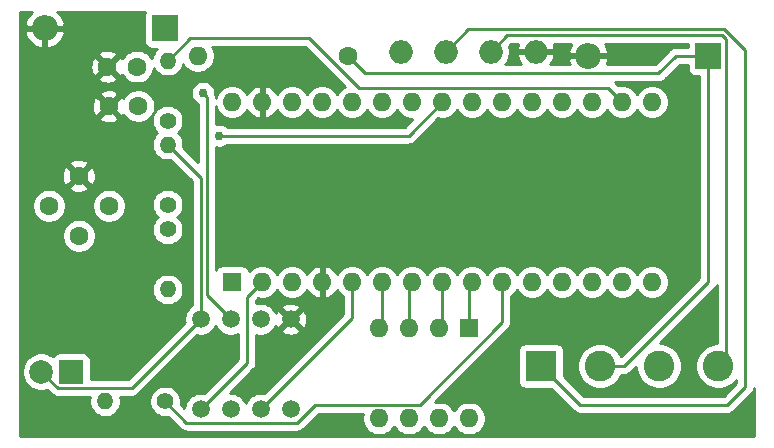
<source format=gbl>
%TF.GenerationSoftware,KiCad,Pcbnew,(5.1.8)-1*%
%TF.CreationDate,2021-01-21T21:37:33-05:00*%
%TF.ProjectId,TTS,5454532e-6b69-4636-9164-5f7063625858,rev?*%
%TF.SameCoordinates,Original*%
%TF.FileFunction,Copper,L2,Bot*%
%TF.FilePolarity,Positive*%
%FSLAX46Y46*%
G04 Gerber Fmt 4.6, Leading zero omitted, Abs format (unit mm)*
G04 Created by KiCad (PCBNEW (5.1.8)-1) date 2021-01-21 21:37:33*
%MOMM*%
%LPD*%
G01*
G04 APERTURE LIST*
%TA.AperFunction,ComponentPad*%
%ADD10R,1.600000X1.600000*%
%TD*%
%TA.AperFunction,ComponentPad*%
%ADD11O,1.600000X1.600000*%
%TD*%
%TA.AperFunction,ComponentPad*%
%ADD12C,1.600000*%
%TD*%
%TA.AperFunction,ComponentPad*%
%ADD13O,2.000000X2.000000*%
%TD*%
%TA.AperFunction,ComponentPad*%
%ADD14C,2.000000*%
%TD*%
%TA.AperFunction,ComponentPad*%
%ADD15R,2.000000X2.000000*%
%TD*%
%TA.AperFunction,ComponentPad*%
%ADD16R,2.600000X2.600000*%
%TD*%
%TA.AperFunction,ComponentPad*%
%ADD17C,2.600000*%
%TD*%
%TA.AperFunction,ComponentPad*%
%ADD18C,1.400000*%
%TD*%
%TA.AperFunction,ComponentPad*%
%ADD19O,1.400000X1.400000*%
%TD*%
%TA.AperFunction,ComponentPad*%
%ADD20C,1.500000*%
%TD*%
%TA.AperFunction,ComponentPad*%
%ADD21R,2.200000X2.200000*%
%TD*%
%TA.AperFunction,ComponentPad*%
%ADD22O,2.200000X2.200000*%
%TD*%
%TA.AperFunction,ViaPad*%
%ADD23C,0.762000*%
%TD*%
%TA.AperFunction,Conductor*%
%ADD24C,0.254000*%
%TD*%
%TA.AperFunction,Conductor*%
%ADD25C,0.100000*%
%TD*%
G04 APERTURE END LIST*
D10*
%TO.P,SW1,1*%
%TO.N,/D6*%
X178689000Y-99949000D03*
D11*
%TO.P,SW1,5*%
%TO.N,Net-(R4-Pad1)*%
X171069000Y-107569000D03*
%TO.P,SW1,2*%
%TO.N,/D5*%
X176149000Y-99949000D03*
%TO.P,SW1,6*%
%TO.N,Net-(R4-Pad1)*%
X173609000Y-107569000D03*
%TO.P,SW1,3*%
%TO.N,/D4*%
X173609000Y-99949000D03*
%TO.P,SW1,7*%
%TO.N,Net-(R4-Pad1)*%
X176149000Y-107569000D03*
%TO.P,SW1,4*%
%TO.N,/D3*%
X171069000Y-99949000D03*
%TO.P,SW1,8*%
%TO.N,Net-(R4-Pad1)*%
X178689000Y-107569000D03*
%TD*%
D10*
%TO.P,A1,1*%
%TO.N,/TX*%
X158623000Y-96012000D03*
D11*
%TO.P,A1,17*%
%TO.N,VDD*%
X191643000Y-80772000D03*
%TO.P,A1,2*%
%TO.N,/RX*%
X161163000Y-96012000D03*
%TO.P,A1,18*%
%TO.N,/REF*%
X189103000Y-80772000D03*
%TO.P,A1,3*%
%TO.N,/RST_D*%
X163703000Y-96012000D03*
%TO.P,A1,19*%
%TO.N,/A0*%
X186563000Y-80772000D03*
%TO.P,A1,4*%
%TO.N,GND*%
X166243000Y-96012000D03*
%TO.P,A1,20*%
%TO.N,/A1*%
X184023000Y-80772000D03*
%TO.P,A1,5*%
%TO.N,/D2*%
X168783000Y-96012000D03*
%TO.P,A1,21*%
%TO.N,/A2*%
X181483000Y-80772000D03*
%TO.P,A1,6*%
%TO.N,/D3*%
X171323000Y-96012000D03*
%TO.P,A1,22*%
%TO.N,/A3*%
X178943000Y-80772000D03*
%TO.P,A1,7*%
%TO.N,/D4*%
X173863000Y-96012000D03*
%TO.P,A1,23*%
%TO.N,/A4*%
X176403000Y-80772000D03*
%TO.P,A1,8*%
%TO.N,/D5*%
X176403000Y-96012000D03*
%TO.P,A1,24*%
%TO.N,/A5*%
X173863000Y-80772000D03*
%TO.P,A1,9*%
%TO.N,/D6*%
X178943000Y-96012000D03*
%TO.P,A1,25*%
%TO.N,/A6*%
X171323000Y-80772000D03*
%TO.P,A1,10*%
%TO.N,/D7*%
X181483000Y-96012000D03*
%TO.P,A1,26*%
%TO.N,/A7*%
X168783000Y-80772000D03*
%TO.P,A1,11*%
%TO.N,/D8*%
X184023000Y-96012000D03*
%TO.P,A1,27*%
%TO.N,VCC*%
X166243000Y-80772000D03*
%TO.P,A1,12*%
%TO.N,/D9*%
X186563000Y-96012000D03*
%TO.P,A1,28*%
%TO.N,/RST_A*%
X163703000Y-80772000D03*
%TO.P,A1,13*%
%TO.N,/D10*%
X189103000Y-96012000D03*
%TO.P,A1,29*%
%TO.N,GND*%
X161163000Y-80772000D03*
%TO.P,A1,14*%
%TO.N,/D11*%
X191643000Y-96012000D03*
%TO.P,A1,30*%
%TO.N,/VIN*%
X158623000Y-80772000D03*
%TO.P,A1,15*%
%TO.N,/D12*%
X194183000Y-96012000D03*
%TO.P,A1,16*%
%TO.N,/D13*%
X194183000Y-80772000D03*
%TD*%
D12*
%TO.P,C1,2*%
%TO.N,GND*%
X148172800Y-81127600D03*
%TO.P,C1,1*%
%TO.N,VCC*%
X150672800Y-81127600D03*
%TD*%
%TO.P,C2,1*%
%TO.N,VDD*%
X150571200Y-77774800D03*
%TO.P,C2,2*%
%TO.N,GND*%
X148071200Y-77774800D03*
%TD*%
D13*
%TO.P,D3,1*%
%TO.N,/VIN*%
X172897800Y-76504800D03*
%TO.P,D3,2*%
%TO.N,Net-(D3-Pad2)*%
X176707800Y-76504800D03*
%TO.P,D3,3*%
%TO.N,Net-(D3-Pad3)*%
X180517800Y-76504800D03*
%TO.P,D3,4*%
%TO.N,GND*%
X184327800Y-76504800D03*
%TD*%
D14*
%TO.P,D4,2*%
%TO.N,VCC*%
X142468600Y-103606600D03*
D15*
%TO.P,D4,1*%
%TO.N,Net-(D4-Pad1)*%
X145008600Y-103606600D03*
%TD*%
D16*
%TO.P,J1,1*%
%TO.N,Net-(D3-Pad2)*%
X184785000Y-103124000D03*
D17*
%TO.P,J1,2*%
%TO.N,Net-(D2-Pad1)*%
X189785000Y-103124000D03*
%TO.P,J1,3*%
%TO.N,Net-(D1-Pad1)*%
X194785000Y-103124000D03*
%TO.P,J1,4*%
%TO.N,Net-(D3-Pad3)*%
X199785000Y-103124000D03*
%TD*%
D12*
%TO.P,R1,1*%
%TO.N,Net-(D2-Pad1)*%
X168402000Y-76860400D03*
D11*
%TO.P,R1,2*%
%TO.N,Net-(D1-Pad1)*%
X155702000Y-76860400D03*
%TD*%
D18*
%TO.P,R2,1*%
%TO.N,/A4*%
X153162000Y-82346800D03*
D19*
%TO.P,R2,2*%
%TO.N,VDD*%
X153162000Y-77266800D03*
%TD*%
%TO.P,R3,2*%
%TO.N,VDD*%
X153162000Y-96647000D03*
D18*
%TO.P,R3,1*%
%TO.N,/A5*%
X153162000Y-91567000D03*
%TD*%
D19*
%TO.P,R4,2*%
%TO.N,VCC*%
X153162000Y-84378800D03*
D18*
%TO.P,R4,1*%
%TO.N,Net-(R4-Pad1)*%
X153162000Y-89458800D03*
%TD*%
%TO.P,R8,1*%
%TO.N,/D7*%
X152958800Y-106121200D03*
D19*
%TO.P,R8,2*%
%TO.N,Net-(D4-Pad1)*%
X147878800Y-106121200D03*
%TD*%
D20*
%TO.P,U1,8*%
%TO.N,VCC*%
X155956000Y-99161600D03*
%TO.P,U1,1*%
%TO.N,/RX*%
X155956000Y-106781600D03*
%TO.P,U1,7*%
%TO.N,Net-(D1-Pad1)*%
X158496000Y-99161600D03*
%TO.P,U1,2*%
%TO.N,/D2*%
X158496000Y-106781600D03*
%TO.P,U1,6*%
%TO.N,Net-(D2-Pad1)*%
X161036000Y-99161600D03*
%TO.P,U1,3*%
%TO.N,/D2*%
X161036000Y-106781600D03*
%TO.P,U1,5*%
%TO.N,GND*%
X163576000Y-99161600D03*
%TO.P,U1,4*%
%TO.N,/TX*%
X163576000Y-106781600D03*
%TD*%
D12*
%TO.P,U2,4*%
%TO.N,GND*%
X145643600Y-87020400D03*
%TO.P,U2,1*%
%TO.N,/A5*%
X148183600Y-89560400D03*
%TO.P,U2,2*%
%TO.N,/A4*%
X145643600Y-92100400D03*
%TO.P,U2,3*%
%TO.N,VDD*%
X143103600Y-89560400D03*
%TD*%
D21*
%TO.P,D1,1*%
%TO.N,Net-(D1-Pad1)*%
X152908000Y-74523600D03*
D22*
%TO.P,D1,2*%
%TO.N,GND*%
X142748000Y-74523600D03*
%TD*%
%TO.P,D2,2*%
%TO.N,GND*%
X188772800Y-76860400D03*
D21*
%TO.P,D2,1*%
%TO.N,Net-(D2-Pad1)*%
X198932800Y-76860400D03*
%TD*%
D23*
%TO.N,Net-(D1-Pad1)*%
X156159200Y-80010000D03*
%TO.N,/A4*%
X157516473Y-83616800D03*
%TD*%
D24*
%TO.N,VDD*%
X190461999Y-79590999D02*
X191643000Y-80772000D01*
X169384717Y-79590999D02*
X190461999Y-79590999D01*
X165473117Y-75679399D02*
X169384717Y-79590999D01*
X165155519Y-75361801D02*
X165473117Y-75679399D01*
X155066999Y-75361801D02*
X165155519Y-75361801D01*
X153162000Y-77266800D02*
X155066999Y-75361801D01*
%TO.N,VCC*%
X150129999Y-104987601D02*
X155956000Y-99161600D01*
X143849601Y-104987601D02*
X150129999Y-104987601D01*
X142468600Y-103606600D02*
X143849601Y-104987601D01*
X155956000Y-87172800D02*
X155956000Y-99161600D01*
X153162000Y-84378800D02*
X155956000Y-87172800D01*
%TO.N,Net-(D1-Pad1)*%
X152908000Y-74523600D02*
X153365200Y-74523600D01*
X158496000Y-99161600D02*
X156464010Y-97129610D01*
X156464010Y-80314810D02*
X156159200Y-80010000D01*
X156464010Y-81330810D02*
X156464010Y-80314810D01*
X156464010Y-81330810D02*
X156464010Y-80568810D01*
X156464010Y-81330810D02*
X156464010Y-97129610D01*
%TO.N,Net-(D2-Pad1)*%
X198932800Y-76860400D02*
X198932800Y-93010082D01*
X169883001Y-78341401D02*
X194708599Y-78341401D01*
X168402000Y-76860400D02*
X169883001Y-78341401D01*
X196189600Y-76860400D02*
X198932800Y-76860400D01*
X194708599Y-78341401D02*
X196189600Y-76860400D01*
X189785000Y-103124000D02*
X191820800Y-103124000D01*
X198932800Y-96012000D02*
X198932800Y-93010082D01*
X191820800Y-103124000D02*
X198932800Y-96012000D01*
%TO.N,Net-(D3-Pad2)*%
X200292426Y-74615790D02*
X202082400Y-76405764D01*
X178596811Y-74615789D02*
X200292426Y-74615790D01*
X176707800Y-76504800D02*
X178596811Y-74615789D01*
X202082400Y-76405764D02*
X202082400Y-104902000D01*
X202082400Y-104902000D02*
X200558400Y-106426000D01*
X188087000Y-106426000D02*
X184785000Y-103124000D01*
X200558400Y-106426000D02*
X188087000Y-106426000D01*
%TO.N,/RX*%
X159904999Y-102832601D02*
X155956000Y-106781600D01*
X159904999Y-97270001D02*
X159904999Y-102832601D01*
X161163000Y-96012000D02*
X159904999Y-97270001D01*
%TO.N,/D2*%
X168783000Y-96748600D02*
X168783000Y-96012000D01*
X168783000Y-99034600D02*
X168783000Y-96012000D01*
X161036000Y-106781600D02*
X168783000Y-99034600D01*
%TO.N,/D3*%
X171323000Y-99695000D02*
X171069000Y-99949000D01*
X171323000Y-96012000D02*
X171323000Y-99695000D01*
%TO.N,/D4*%
X173609000Y-96266000D02*
X173863000Y-96012000D01*
X173609000Y-99949000D02*
X173609000Y-96266000D01*
%TO.N,/A4*%
X173558200Y-83616800D02*
X157516473Y-83616800D01*
X176403000Y-80772000D02*
X173558200Y-83616800D01*
%TO.N,/D5*%
X176403000Y-99695000D02*
X176149000Y-99949000D01*
X176403000Y-96012000D02*
X176403000Y-99695000D01*
%TO.N,/D6*%
X178689000Y-96266000D02*
X178943000Y-96012000D01*
X178689000Y-99949000D02*
X178689000Y-96266000D01*
%TO.N,/D7*%
X164118881Y-107912601D02*
X154750201Y-107912601D01*
X165643483Y-106387999D02*
X164118881Y-107912601D01*
X174535803Y-106387999D02*
X165643483Y-106387999D01*
X154750201Y-107912601D02*
X152958800Y-106121200D01*
X181483000Y-99440802D02*
X174535803Y-106387999D01*
X181483000Y-96012000D02*
X181483000Y-99440802D01*
%TO.N,Net-(D3-Pad3)*%
X200413801Y-102495199D02*
X199785000Y-103124000D01*
X200413801Y-75455599D02*
X200413801Y-102495199D01*
X200082001Y-75123799D02*
X200413801Y-75455599D01*
X181898801Y-75123799D02*
X200082001Y-75123799D01*
X180517800Y-76504800D02*
X181898801Y-75123799D01*
%TD*%
%TO.N,GND*%
X141480178Y-73339173D02*
X141273469Y-73609271D01*
X141123425Y-73914506D01*
X141058825Y-74127478D01*
X141176875Y-74396600D01*
X142621000Y-74396600D01*
X142621000Y-74376600D01*
X142875000Y-74376600D01*
X142875000Y-74396600D01*
X144319125Y-74396600D01*
X144437175Y-74127478D01*
X144372575Y-73914506D01*
X144222531Y-73609271D01*
X144015822Y-73339173D01*
X143812037Y-73160000D01*
X151228878Y-73160000D01*
X151218498Y-73179420D01*
X151182188Y-73299118D01*
X151169928Y-73423600D01*
X151169928Y-75623600D01*
X151182188Y-75748082D01*
X151218498Y-75867780D01*
X151277463Y-75978094D01*
X151356815Y-76074785D01*
X151453506Y-76154137D01*
X151563820Y-76213102D01*
X151683518Y-76249412D01*
X151808000Y-76261672D01*
X152279153Y-76261672D01*
X152125038Y-76415787D01*
X151978939Y-76634441D01*
X151878304Y-76877395D01*
X151836811Y-77085990D01*
X151685837Y-76860041D01*
X151485959Y-76660163D01*
X151250927Y-76503120D01*
X150989774Y-76394947D01*
X150712535Y-76339800D01*
X150429865Y-76339800D01*
X150152626Y-76394947D01*
X149891473Y-76503120D01*
X149656441Y-76660163D01*
X149456563Y-76860041D01*
X149322508Y-77060669D01*
X149307871Y-77033286D01*
X149063902Y-76961703D01*
X148250805Y-77774800D01*
X149063902Y-78587897D01*
X149307871Y-78516314D01*
X149321524Y-78487459D01*
X149456563Y-78689559D01*
X149656441Y-78889437D01*
X149891473Y-79046480D01*
X150152626Y-79154653D01*
X150429865Y-79209800D01*
X150712535Y-79209800D01*
X150989774Y-79154653D01*
X151250927Y-79046480D01*
X151485959Y-78889437D01*
X151685837Y-78689559D01*
X151842880Y-78454527D01*
X151951053Y-78193374D01*
X152002548Y-77934493D01*
X152125038Y-78117813D01*
X152310987Y-78303762D01*
X152529641Y-78449861D01*
X152772595Y-78550496D01*
X153030514Y-78601800D01*
X153293486Y-78601800D01*
X153551405Y-78550496D01*
X153794359Y-78449861D01*
X154013013Y-78303762D01*
X154198962Y-78117813D01*
X154345061Y-77899159D01*
X154445696Y-77656205D01*
X154459961Y-77584489D01*
X154587363Y-77775159D01*
X154787241Y-77975037D01*
X155022273Y-78132080D01*
X155283426Y-78240253D01*
X155560665Y-78295400D01*
X155843335Y-78295400D01*
X156120574Y-78240253D01*
X156381727Y-78132080D01*
X156616759Y-77975037D01*
X156816637Y-77775159D01*
X156973680Y-77540127D01*
X157081853Y-77278974D01*
X157137000Y-77001735D01*
X157137000Y-76719065D01*
X157081853Y-76441826D01*
X156973680Y-76180673D01*
X156935679Y-76123801D01*
X164839889Y-76123801D01*
X164907838Y-76191750D01*
X168183271Y-79467184D01*
X168103273Y-79500320D01*
X167868241Y-79657363D01*
X167668363Y-79857241D01*
X167513000Y-80089759D01*
X167357637Y-79857241D01*
X167157759Y-79657363D01*
X166922727Y-79500320D01*
X166661574Y-79392147D01*
X166384335Y-79337000D01*
X166101665Y-79337000D01*
X165824426Y-79392147D01*
X165563273Y-79500320D01*
X165328241Y-79657363D01*
X165128363Y-79857241D01*
X164973000Y-80089759D01*
X164817637Y-79857241D01*
X164617759Y-79657363D01*
X164382727Y-79500320D01*
X164121574Y-79392147D01*
X163844335Y-79337000D01*
X163561665Y-79337000D01*
X163284426Y-79392147D01*
X163023273Y-79500320D01*
X162788241Y-79657363D01*
X162588363Y-79857241D01*
X162431320Y-80092273D01*
X162426933Y-80102865D01*
X162315385Y-79916869D01*
X162126414Y-79708481D01*
X161900420Y-79540963D01*
X161646087Y-79420754D01*
X161512039Y-79380096D01*
X161290000Y-79502085D01*
X161290000Y-80645000D01*
X161310000Y-80645000D01*
X161310000Y-80899000D01*
X161290000Y-80899000D01*
X161290000Y-82041915D01*
X161512039Y-82163904D01*
X161646087Y-82123246D01*
X161900420Y-82003037D01*
X162126414Y-81835519D01*
X162315385Y-81627131D01*
X162426933Y-81441135D01*
X162431320Y-81451727D01*
X162588363Y-81686759D01*
X162788241Y-81886637D01*
X163023273Y-82043680D01*
X163284426Y-82151853D01*
X163561665Y-82207000D01*
X163844335Y-82207000D01*
X164121574Y-82151853D01*
X164382727Y-82043680D01*
X164617759Y-81886637D01*
X164817637Y-81686759D01*
X164973000Y-81454241D01*
X165128363Y-81686759D01*
X165328241Y-81886637D01*
X165563273Y-82043680D01*
X165824426Y-82151853D01*
X166101665Y-82207000D01*
X166384335Y-82207000D01*
X166661574Y-82151853D01*
X166922727Y-82043680D01*
X167157759Y-81886637D01*
X167357637Y-81686759D01*
X167513000Y-81454241D01*
X167668363Y-81686759D01*
X167868241Y-81886637D01*
X168103273Y-82043680D01*
X168364426Y-82151853D01*
X168641665Y-82207000D01*
X168924335Y-82207000D01*
X169201574Y-82151853D01*
X169462727Y-82043680D01*
X169697759Y-81886637D01*
X169897637Y-81686759D01*
X170053000Y-81454241D01*
X170208363Y-81686759D01*
X170408241Y-81886637D01*
X170643273Y-82043680D01*
X170904426Y-82151853D01*
X171181665Y-82207000D01*
X171464335Y-82207000D01*
X171741574Y-82151853D01*
X172002727Y-82043680D01*
X172237759Y-81886637D01*
X172437637Y-81686759D01*
X172593000Y-81454241D01*
X172748363Y-81686759D01*
X172948241Y-81886637D01*
X173183273Y-82043680D01*
X173444426Y-82151853D01*
X173721665Y-82207000D01*
X173890370Y-82207000D01*
X173242570Y-82854800D01*
X158191314Y-82854800D01*
X158164135Y-82827621D01*
X157997729Y-82716432D01*
X157812829Y-82639844D01*
X157616540Y-82600800D01*
X157416406Y-82600800D01*
X157226010Y-82638672D01*
X157226010Y-81104422D01*
X157243147Y-81190574D01*
X157351320Y-81451727D01*
X157508363Y-81686759D01*
X157708241Y-81886637D01*
X157943273Y-82043680D01*
X158204426Y-82151853D01*
X158481665Y-82207000D01*
X158764335Y-82207000D01*
X159041574Y-82151853D01*
X159302727Y-82043680D01*
X159537759Y-81886637D01*
X159737637Y-81686759D01*
X159894680Y-81451727D01*
X159899067Y-81441135D01*
X160010615Y-81627131D01*
X160199586Y-81835519D01*
X160425580Y-82003037D01*
X160679913Y-82123246D01*
X160813961Y-82163904D01*
X161036000Y-82041915D01*
X161036000Y-80899000D01*
X161016000Y-80899000D01*
X161016000Y-80645000D01*
X161036000Y-80645000D01*
X161036000Y-79502085D01*
X160813961Y-79380096D01*
X160679913Y-79420754D01*
X160425580Y-79540963D01*
X160199586Y-79708481D01*
X160010615Y-79916869D01*
X159899067Y-80102865D01*
X159894680Y-80092273D01*
X159737637Y-79857241D01*
X159537759Y-79657363D01*
X159302727Y-79500320D01*
X159041574Y-79392147D01*
X158764335Y-79337000D01*
X158481665Y-79337000D01*
X158204426Y-79392147D01*
X157943273Y-79500320D01*
X157708241Y-79657363D01*
X157508363Y-79857241D01*
X157351320Y-80092273D01*
X157243147Y-80353426D01*
X157226010Y-80439578D01*
X157226010Y-80352232D01*
X157229696Y-80314809D01*
X157226010Y-80277384D01*
X157214984Y-80165432D01*
X157175200Y-80034282D01*
X157175200Y-79909933D01*
X157136156Y-79713644D01*
X157059568Y-79528744D01*
X156948379Y-79362338D01*
X156806862Y-79220821D01*
X156640456Y-79109632D01*
X156455556Y-79033044D01*
X156259267Y-78994000D01*
X156059133Y-78994000D01*
X155862844Y-79033044D01*
X155677944Y-79109632D01*
X155511538Y-79220821D01*
X155370021Y-79362338D01*
X155258832Y-79528744D01*
X155182244Y-79713644D01*
X155143200Y-79909933D01*
X155143200Y-80110067D01*
X155182244Y-80306356D01*
X155258832Y-80491256D01*
X155370021Y-80657662D01*
X155511538Y-80799179D01*
X155677944Y-80910368D01*
X155702010Y-80920336D01*
X155702010Y-85841180D01*
X154476114Y-84615284D01*
X154497000Y-84510286D01*
X154497000Y-84247314D01*
X154445696Y-83989395D01*
X154345061Y-83746441D01*
X154198962Y-83527787D01*
X154033975Y-83362800D01*
X154198962Y-83197813D01*
X154345061Y-82979159D01*
X154445696Y-82736205D01*
X154497000Y-82478286D01*
X154497000Y-82215314D01*
X154445696Y-81957395D01*
X154345061Y-81714441D01*
X154198962Y-81495787D01*
X154013013Y-81309838D01*
X153794359Y-81163739D01*
X153551405Y-81063104D01*
X153293486Y-81011800D01*
X153030514Y-81011800D01*
X152772595Y-81063104D01*
X152529641Y-81163739D01*
X152310987Y-81309838D01*
X152125038Y-81495787D01*
X151989504Y-81698629D01*
X152052653Y-81546174D01*
X152107800Y-81268935D01*
X152107800Y-80986265D01*
X152052653Y-80709026D01*
X151944480Y-80447873D01*
X151787437Y-80212841D01*
X151587559Y-80012963D01*
X151352527Y-79855920D01*
X151091374Y-79747747D01*
X150814135Y-79692600D01*
X150531465Y-79692600D01*
X150254226Y-79747747D01*
X149993073Y-79855920D01*
X149758041Y-80012963D01*
X149558163Y-80212841D01*
X149424108Y-80413469D01*
X149409471Y-80386086D01*
X149165502Y-80314503D01*
X148352405Y-81127600D01*
X149165502Y-81940697D01*
X149409471Y-81869114D01*
X149423124Y-81840259D01*
X149558163Y-82042359D01*
X149758041Y-82242237D01*
X149993073Y-82399280D01*
X150254226Y-82507453D01*
X150531465Y-82562600D01*
X150814135Y-82562600D01*
X151091374Y-82507453D01*
X151352527Y-82399280D01*
X151587559Y-82242237D01*
X151787437Y-82042359D01*
X151933915Y-81823139D01*
X151878304Y-81957395D01*
X151827000Y-82215314D01*
X151827000Y-82478286D01*
X151878304Y-82736205D01*
X151978939Y-82979159D01*
X152125038Y-83197813D01*
X152290025Y-83362800D01*
X152125038Y-83527787D01*
X151978939Y-83746441D01*
X151878304Y-83989395D01*
X151827000Y-84247314D01*
X151827000Y-84510286D01*
X151878304Y-84768205D01*
X151978939Y-85011159D01*
X152125038Y-85229813D01*
X152310987Y-85415762D01*
X152529641Y-85561861D01*
X152772595Y-85662496D01*
X153030514Y-85713800D01*
X153293486Y-85713800D01*
X153398484Y-85692914D01*
X155194000Y-87488430D01*
X155194001Y-98005027D01*
X155073114Y-98085801D01*
X154880201Y-98278714D01*
X154728629Y-98505557D01*
X154624225Y-98757611D01*
X154571000Y-99025189D01*
X154571000Y-99298011D01*
X154599364Y-99440606D01*
X149814369Y-104225601D01*
X146646672Y-104225601D01*
X146646672Y-102606600D01*
X146634412Y-102482118D01*
X146598102Y-102362420D01*
X146539137Y-102252106D01*
X146459785Y-102155415D01*
X146363094Y-102076063D01*
X146252780Y-102017098D01*
X146133082Y-101980788D01*
X146008600Y-101968528D01*
X144008600Y-101968528D01*
X143884118Y-101980788D01*
X143764420Y-102017098D01*
X143654106Y-102076063D01*
X143557415Y-102155415D01*
X143478063Y-102252106D01*
X143453409Y-102298230D01*
X143243063Y-102157682D01*
X142945512Y-102034432D01*
X142629633Y-101971600D01*
X142307567Y-101971600D01*
X141991688Y-102034432D01*
X141694137Y-102157682D01*
X141426348Y-102336613D01*
X141198613Y-102564348D01*
X141019682Y-102832137D01*
X140896432Y-103129688D01*
X140833600Y-103445567D01*
X140833600Y-103767633D01*
X140896432Y-104083512D01*
X141019682Y-104381063D01*
X141198613Y-104648852D01*
X141426348Y-104876587D01*
X141694137Y-105055518D01*
X141991688Y-105178768D01*
X142307567Y-105241600D01*
X142629633Y-105241600D01*
X142945512Y-105178768D01*
X142957975Y-105173606D01*
X143284322Y-105499953D01*
X143308179Y-105529023D01*
X143424209Y-105624246D01*
X143556586Y-105695003D01*
X143700223Y-105738575D01*
X143812175Y-105749601D01*
X143812177Y-105749601D01*
X143849600Y-105753287D01*
X143887023Y-105749601D01*
X146591562Y-105749601D01*
X146543800Y-105989714D01*
X146543800Y-106252686D01*
X146595104Y-106510605D01*
X146695739Y-106753559D01*
X146841838Y-106972213D01*
X147027787Y-107158162D01*
X147246441Y-107304261D01*
X147489395Y-107404896D01*
X147747314Y-107456200D01*
X148010286Y-107456200D01*
X148268205Y-107404896D01*
X148511159Y-107304261D01*
X148729813Y-107158162D01*
X148915762Y-106972213D01*
X149061861Y-106753559D01*
X149162496Y-106510605D01*
X149213800Y-106252686D01*
X149213800Y-105989714D01*
X149166038Y-105749601D01*
X150092576Y-105749601D01*
X150129999Y-105753287D01*
X150167422Y-105749601D01*
X150167425Y-105749601D01*
X150279377Y-105738575D01*
X150423014Y-105695003D01*
X150555391Y-105624246D01*
X150671421Y-105529023D01*
X150695283Y-105499947D01*
X155676994Y-100518236D01*
X155819589Y-100546600D01*
X156092411Y-100546600D01*
X156359989Y-100493375D01*
X156612043Y-100388971D01*
X156838886Y-100237399D01*
X157031799Y-100044486D01*
X157183371Y-99817643D01*
X157226000Y-99714727D01*
X157268629Y-99817643D01*
X157420201Y-100044486D01*
X157613114Y-100237399D01*
X157839957Y-100388971D01*
X158092011Y-100493375D01*
X158359589Y-100546600D01*
X158632411Y-100546600D01*
X158899989Y-100493375D01*
X159143000Y-100392717D01*
X159143000Y-102516969D01*
X156235006Y-105424964D01*
X156092411Y-105396600D01*
X155819589Y-105396600D01*
X155552011Y-105449825D01*
X155299957Y-105554229D01*
X155073114Y-105705801D01*
X154880201Y-105898714D01*
X154728629Y-106125557D01*
X154624225Y-106377611D01*
X154571000Y-106645189D01*
X154571000Y-106655770D01*
X154272914Y-106357684D01*
X154293800Y-106252686D01*
X154293800Y-105989714D01*
X154242496Y-105731795D01*
X154141861Y-105488841D01*
X153995762Y-105270187D01*
X153809813Y-105084238D01*
X153591159Y-104938139D01*
X153348205Y-104837504D01*
X153090286Y-104786200D01*
X152827314Y-104786200D01*
X152569395Y-104837504D01*
X152326441Y-104938139D01*
X152107787Y-105084238D01*
X151921838Y-105270187D01*
X151775739Y-105488841D01*
X151675104Y-105731795D01*
X151623800Y-105989714D01*
X151623800Y-106252686D01*
X151675104Y-106510605D01*
X151775739Y-106753559D01*
X151921838Y-106972213D01*
X152107787Y-107158162D01*
X152326441Y-107304261D01*
X152569395Y-107404896D01*
X152827314Y-107456200D01*
X153090286Y-107456200D01*
X153195284Y-107435314D01*
X154184917Y-108424947D01*
X154208779Y-108454023D01*
X154245013Y-108483759D01*
X154324808Y-108549246D01*
X154395565Y-108587066D01*
X154457186Y-108620003D01*
X154600823Y-108663575D01*
X154712775Y-108674601D01*
X154712778Y-108674601D01*
X154750201Y-108678287D01*
X154787624Y-108674601D01*
X164081458Y-108674601D01*
X164118881Y-108678287D01*
X164156304Y-108674601D01*
X164156307Y-108674601D01*
X164268259Y-108663575D01*
X164411896Y-108620003D01*
X164544273Y-108549246D01*
X164660303Y-108454023D01*
X164684165Y-108424947D01*
X165959114Y-107149999D01*
X169689324Y-107149999D01*
X169689147Y-107150426D01*
X169634000Y-107427665D01*
X169634000Y-107710335D01*
X169689147Y-107987574D01*
X169797320Y-108248727D01*
X169954363Y-108483759D01*
X170154241Y-108683637D01*
X170389273Y-108840680D01*
X170650426Y-108948853D01*
X170927665Y-109004000D01*
X171210335Y-109004000D01*
X171487574Y-108948853D01*
X171748727Y-108840680D01*
X171983759Y-108683637D01*
X172183637Y-108483759D01*
X172339000Y-108251241D01*
X172494363Y-108483759D01*
X172694241Y-108683637D01*
X172929273Y-108840680D01*
X173190426Y-108948853D01*
X173467665Y-109004000D01*
X173750335Y-109004000D01*
X174027574Y-108948853D01*
X174288727Y-108840680D01*
X174523759Y-108683637D01*
X174723637Y-108483759D01*
X174879000Y-108251241D01*
X175034363Y-108483759D01*
X175234241Y-108683637D01*
X175469273Y-108840680D01*
X175730426Y-108948853D01*
X176007665Y-109004000D01*
X176290335Y-109004000D01*
X176567574Y-108948853D01*
X176828727Y-108840680D01*
X177063759Y-108683637D01*
X177263637Y-108483759D01*
X177419000Y-108251241D01*
X177574363Y-108483759D01*
X177774241Y-108683637D01*
X178009273Y-108840680D01*
X178270426Y-108948853D01*
X178547665Y-109004000D01*
X178830335Y-109004000D01*
X179107574Y-108948853D01*
X179368727Y-108840680D01*
X179603759Y-108683637D01*
X179803637Y-108483759D01*
X179960680Y-108248727D01*
X180068853Y-107987574D01*
X180124000Y-107710335D01*
X180124000Y-107427665D01*
X180068853Y-107150426D01*
X179960680Y-106889273D01*
X179803637Y-106654241D01*
X179603759Y-106454363D01*
X179368727Y-106297320D01*
X179107574Y-106189147D01*
X178830335Y-106134000D01*
X178547665Y-106134000D01*
X178270426Y-106189147D01*
X178009273Y-106297320D01*
X177774241Y-106454363D01*
X177574363Y-106654241D01*
X177419000Y-106886759D01*
X177263637Y-106654241D01*
X177063759Y-106454363D01*
X176828727Y-106297320D01*
X176567574Y-106189147D01*
X176290335Y-106134000D01*
X176007665Y-106134000D01*
X175832611Y-106168821D01*
X181995352Y-100006081D01*
X182024422Y-99982224D01*
X182119645Y-99866194D01*
X182190402Y-99733817D01*
X182233974Y-99590180D01*
X182245000Y-99478228D01*
X182245000Y-99478226D01*
X182248686Y-99440803D01*
X182245000Y-99403380D01*
X182245000Y-97228707D01*
X182397759Y-97126637D01*
X182597637Y-96926759D01*
X182753000Y-96694241D01*
X182908363Y-96926759D01*
X183108241Y-97126637D01*
X183343273Y-97283680D01*
X183604426Y-97391853D01*
X183881665Y-97447000D01*
X184164335Y-97447000D01*
X184441574Y-97391853D01*
X184702727Y-97283680D01*
X184937759Y-97126637D01*
X185137637Y-96926759D01*
X185293000Y-96694241D01*
X185448363Y-96926759D01*
X185648241Y-97126637D01*
X185883273Y-97283680D01*
X186144426Y-97391853D01*
X186421665Y-97447000D01*
X186704335Y-97447000D01*
X186981574Y-97391853D01*
X187242727Y-97283680D01*
X187477759Y-97126637D01*
X187677637Y-96926759D01*
X187833000Y-96694241D01*
X187988363Y-96926759D01*
X188188241Y-97126637D01*
X188423273Y-97283680D01*
X188684426Y-97391853D01*
X188961665Y-97447000D01*
X189244335Y-97447000D01*
X189521574Y-97391853D01*
X189782727Y-97283680D01*
X190017759Y-97126637D01*
X190217637Y-96926759D01*
X190373000Y-96694241D01*
X190528363Y-96926759D01*
X190728241Y-97126637D01*
X190963273Y-97283680D01*
X191224426Y-97391853D01*
X191501665Y-97447000D01*
X191784335Y-97447000D01*
X192061574Y-97391853D01*
X192322727Y-97283680D01*
X192557759Y-97126637D01*
X192757637Y-96926759D01*
X192913000Y-96694241D01*
X193068363Y-96926759D01*
X193268241Y-97126637D01*
X193503273Y-97283680D01*
X193764426Y-97391853D01*
X194041665Y-97447000D01*
X194324335Y-97447000D01*
X194601574Y-97391853D01*
X194862727Y-97283680D01*
X195097759Y-97126637D01*
X195297637Y-96926759D01*
X195454680Y-96691727D01*
X195562853Y-96430574D01*
X195618000Y-96153335D01*
X195618000Y-95870665D01*
X195562853Y-95593426D01*
X195454680Y-95332273D01*
X195297637Y-95097241D01*
X195097759Y-94897363D01*
X194862727Y-94740320D01*
X194601574Y-94632147D01*
X194324335Y-94577000D01*
X194041665Y-94577000D01*
X193764426Y-94632147D01*
X193503273Y-94740320D01*
X193268241Y-94897363D01*
X193068363Y-95097241D01*
X192913000Y-95329759D01*
X192757637Y-95097241D01*
X192557759Y-94897363D01*
X192322727Y-94740320D01*
X192061574Y-94632147D01*
X191784335Y-94577000D01*
X191501665Y-94577000D01*
X191224426Y-94632147D01*
X190963273Y-94740320D01*
X190728241Y-94897363D01*
X190528363Y-95097241D01*
X190373000Y-95329759D01*
X190217637Y-95097241D01*
X190017759Y-94897363D01*
X189782727Y-94740320D01*
X189521574Y-94632147D01*
X189244335Y-94577000D01*
X188961665Y-94577000D01*
X188684426Y-94632147D01*
X188423273Y-94740320D01*
X188188241Y-94897363D01*
X187988363Y-95097241D01*
X187833000Y-95329759D01*
X187677637Y-95097241D01*
X187477759Y-94897363D01*
X187242727Y-94740320D01*
X186981574Y-94632147D01*
X186704335Y-94577000D01*
X186421665Y-94577000D01*
X186144426Y-94632147D01*
X185883273Y-94740320D01*
X185648241Y-94897363D01*
X185448363Y-95097241D01*
X185293000Y-95329759D01*
X185137637Y-95097241D01*
X184937759Y-94897363D01*
X184702727Y-94740320D01*
X184441574Y-94632147D01*
X184164335Y-94577000D01*
X183881665Y-94577000D01*
X183604426Y-94632147D01*
X183343273Y-94740320D01*
X183108241Y-94897363D01*
X182908363Y-95097241D01*
X182753000Y-95329759D01*
X182597637Y-95097241D01*
X182397759Y-94897363D01*
X182162727Y-94740320D01*
X181901574Y-94632147D01*
X181624335Y-94577000D01*
X181341665Y-94577000D01*
X181064426Y-94632147D01*
X180803273Y-94740320D01*
X180568241Y-94897363D01*
X180368363Y-95097241D01*
X180213000Y-95329759D01*
X180057637Y-95097241D01*
X179857759Y-94897363D01*
X179622727Y-94740320D01*
X179361574Y-94632147D01*
X179084335Y-94577000D01*
X178801665Y-94577000D01*
X178524426Y-94632147D01*
X178263273Y-94740320D01*
X178028241Y-94897363D01*
X177828363Y-95097241D01*
X177673000Y-95329759D01*
X177517637Y-95097241D01*
X177317759Y-94897363D01*
X177082727Y-94740320D01*
X176821574Y-94632147D01*
X176544335Y-94577000D01*
X176261665Y-94577000D01*
X175984426Y-94632147D01*
X175723273Y-94740320D01*
X175488241Y-94897363D01*
X175288363Y-95097241D01*
X175133000Y-95329759D01*
X174977637Y-95097241D01*
X174777759Y-94897363D01*
X174542727Y-94740320D01*
X174281574Y-94632147D01*
X174004335Y-94577000D01*
X173721665Y-94577000D01*
X173444426Y-94632147D01*
X173183273Y-94740320D01*
X172948241Y-94897363D01*
X172748363Y-95097241D01*
X172593000Y-95329759D01*
X172437637Y-95097241D01*
X172237759Y-94897363D01*
X172002727Y-94740320D01*
X171741574Y-94632147D01*
X171464335Y-94577000D01*
X171181665Y-94577000D01*
X170904426Y-94632147D01*
X170643273Y-94740320D01*
X170408241Y-94897363D01*
X170208363Y-95097241D01*
X170053000Y-95329759D01*
X169897637Y-95097241D01*
X169697759Y-94897363D01*
X169462727Y-94740320D01*
X169201574Y-94632147D01*
X168924335Y-94577000D01*
X168641665Y-94577000D01*
X168364426Y-94632147D01*
X168103273Y-94740320D01*
X167868241Y-94897363D01*
X167668363Y-95097241D01*
X167511320Y-95332273D01*
X167506933Y-95342865D01*
X167395385Y-95156869D01*
X167206414Y-94948481D01*
X166980420Y-94780963D01*
X166726087Y-94660754D01*
X166592039Y-94620096D01*
X166370000Y-94742085D01*
X166370000Y-95885000D01*
X166390000Y-95885000D01*
X166390000Y-96139000D01*
X166370000Y-96139000D01*
X166370000Y-97281915D01*
X166592039Y-97403904D01*
X166726087Y-97363246D01*
X166980420Y-97243037D01*
X167206414Y-97075519D01*
X167395385Y-96867131D01*
X167506933Y-96681135D01*
X167511320Y-96691727D01*
X167668363Y-96926759D01*
X167868241Y-97126637D01*
X168021001Y-97228707D01*
X168021000Y-98718969D01*
X161315006Y-105424964D01*
X161172411Y-105396600D01*
X160899589Y-105396600D01*
X160632011Y-105449825D01*
X160379957Y-105554229D01*
X160153114Y-105705801D01*
X159960201Y-105898714D01*
X159808629Y-106125557D01*
X159766000Y-106228473D01*
X159723371Y-106125557D01*
X159571799Y-105898714D01*
X159378886Y-105705801D01*
X159152043Y-105554229D01*
X158899989Y-105449825D01*
X158632411Y-105396600D01*
X158418630Y-105396600D01*
X160417351Y-103397880D01*
X160446421Y-103374023D01*
X160496021Y-103313585D01*
X160541644Y-103257994D01*
X160612400Y-103125617D01*
X160612401Y-103125616D01*
X160655973Y-102981979D01*
X160666999Y-102870027D01*
X160666999Y-102870024D01*
X160670685Y-102832601D01*
X160666999Y-102795178D01*
X160666999Y-100500335D01*
X160899589Y-100546600D01*
X161172411Y-100546600D01*
X161439989Y-100493375D01*
X161692043Y-100388971D01*
X161918886Y-100237399D01*
X162037692Y-100118593D01*
X162798612Y-100118593D01*
X162864137Y-100357460D01*
X163111116Y-100473360D01*
X163375960Y-100538850D01*
X163648492Y-100551412D01*
X163918238Y-100510565D01*
X164174832Y-100417877D01*
X164287863Y-100357460D01*
X164353388Y-100118593D01*
X163576000Y-99341205D01*
X162798612Y-100118593D01*
X162037692Y-100118593D01*
X162111799Y-100044486D01*
X162263371Y-99817643D01*
X162304511Y-99718321D01*
X162319723Y-99760432D01*
X162380140Y-99873463D01*
X162619007Y-99938988D01*
X163396395Y-99161600D01*
X163755605Y-99161600D01*
X164532993Y-99938988D01*
X164771860Y-99873463D01*
X164887760Y-99626484D01*
X164953250Y-99361640D01*
X164965812Y-99089108D01*
X164924965Y-98819362D01*
X164832277Y-98562768D01*
X164771860Y-98449737D01*
X164532993Y-98384212D01*
X163755605Y-99161600D01*
X163396395Y-99161600D01*
X162619007Y-98384212D01*
X162380140Y-98449737D01*
X162305836Y-98608077D01*
X162263371Y-98505557D01*
X162111799Y-98278714D01*
X162037692Y-98204607D01*
X162798612Y-98204607D01*
X163576000Y-98981995D01*
X164353388Y-98204607D01*
X164287863Y-97965740D01*
X164040884Y-97849840D01*
X163776040Y-97784350D01*
X163503508Y-97771788D01*
X163233762Y-97812635D01*
X162977168Y-97905323D01*
X162864137Y-97965740D01*
X162798612Y-98204607D01*
X162037692Y-98204607D01*
X161918886Y-98085801D01*
X161692043Y-97934229D01*
X161439989Y-97829825D01*
X161172411Y-97776600D01*
X160899589Y-97776600D01*
X160666999Y-97822865D01*
X160666999Y-97585631D01*
X160841473Y-97411157D01*
X161021665Y-97447000D01*
X161304335Y-97447000D01*
X161581574Y-97391853D01*
X161842727Y-97283680D01*
X162077759Y-97126637D01*
X162277637Y-96926759D01*
X162433000Y-96694241D01*
X162588363Y-96926759D01*
X162788241Y-97126637D01*
X163023273Y-97283680D01*
X163284426Y-97391853D01*
X163561665Y-97447000D01*
X163844335Y-97447000D01*
X164121574Y-97391853D01*
X164382727Y-97283680D01*
X164617759Y-97126637D01*
X164817637Y-96926759D01*
X164974680Y-96691727D01*
X164979067Y-96681135D01*
X165090615Y-96867131D01*
X165279586Y-97075519D01*
X165505580Y-97243037D01*
X165759913Y-97363246D01*
X165893961Y-97403904D01*
X166116000Y-97281915D01*
X166116000Y-96139000D01*
X166096000Y-96139000D01*
X166096000Y-95885000D01*
X166116000Y-95885000D01*
X166116000Y-94742085D01*
X165893961Y-94620096D01*
X165759913Y-94660754D01*
X165505580Y-94780963D01*
X165279586Y-94948481D01*
X165090615Y-95156869D01*
X164979067Y-95342865D01*
X164974680Y-95332273D01*
X164817637Y-95097241D01*
X164617759Y-94897363D01*
X164382727Y-94740320D01*
X164121574Y-94632147D01*
X163844335Y-94577000D01*
X163561665Y-94577000D01*
X163284426Y-94632147D01*
X163023273Y-94740320D01*
X162788241Y-94897363D01*
X162588363Y-95097241D01*
X162433000Y-95329759D01*
X162277637Y-95097241D01*
X162077759Y-94897363D01*
X161842727Y-94740320D01*
X161581574Y-94632147D01*
X161304335Y-94577000D01*
X161021665Y-94577000D01*
X160744426Y-94632147D01*
X160483273Y-94740320D01*
X160248241Y-94897363D01*
X160049643Y-95095961D01*
X160048812Y-95087518D01*
X160012502Y-94967820D01*
X159953537Y-94857506D01*
X159874185Y-94760815D01*
X159777494Y-94681463D01*
X159667180Y-94622498D01*
X159547482Y-94586188D01*
X159423000Y-94573928D01*
X157823000Y-94573928D01*
X157698518Y-94586188D01*
X157578820Y-94622498D01*
X157468506Y-94681463D01*
X157371815Y-94760815D01*
X157292463Y-94857506D01*
X157233498Y-94967820D01*
X157226010Y-94992505D01*
X157226010Y-84594928D01*
X157416406Y-84632800D01*
X157616540Y-84632800D01*
X157812829Y-84593756D01*
X157997729Y-84517168D01*
X158164135Y-84405979D01*
X158191314Y-84378800D01*
X173520777Y-84378800D01*
X173558200Y-84382486D01*
X173595623Y-84378800D01*
X173595626Y-84378800D01*
X173707578Y-84367774D01*
X173851215Y-84324202D01*
X173983592Y-84253445D01*
X174099622Y-84158222D01*
X174123484Y-84129146D01*
X176081473Y-82171157D01*
X176261665Y-82207000D01*
X176544335Y-82207000D01*
X176821574Y-82151853D01*
X177082727Y-82043680D01*
X177317759Y-81886637D01*
X177517637Y-81686759D01*
X177673000Y-81454241D01*
X177828363Y-81686759D01*
X178028241Y-81886637D01*
X178263273Y-82043680D01*
X178524426Y-82151853D01*
X178801665Y-82207000D01*
X179084335Y-82207000D01*
X179361574Y-82151853D01*
X179622727Y-82043680D01*
X179857759Y-81886637D01*
X180057637Y-81686759D01*
X180213000Y-81454241D01*
X180368363Y-81686759D01*
X180568241Y-81886637D01*
X180803273Y-82043680D01*
X181064426Y-82151853D01*
X181341665Y-82207000D01*
X181624335Y-82207000D01*
X181901574Y-82151853D01*
X182162727Y-82043680D01*
X182397759Y-81886637D01*
X182597637Y-81686759D01*
X182753000Y-81454241D01*
X182908363Y-81686759D01*
X183108241Y-81886637D01*
X183343273Y-82043680D01*
X183604426Y-82151853D01*
X183881665Y-82207000D01*
X184164335Y-82207000D01*
X184441574Y-82151853D01*
X184702727Y-82043680D01*
X184937759Y-81886637D01*
X185137637Y-81686759D01*
X185293000Y-81454241D01*
X185448363Y-81686759D01*
X185648241Y-81886637D01*
X185883273Y-82043680D01*
X186144426Y-82151853D01*
X186421665Y-82207000D01*
X186704335Y-82207000D01*
X186981574Y-82151853D01*
X187242727Y-82043680D01*
X187477759Y-81886637D01*
X187677637Y-81686759D01*
X187833000Y-81454241D01*
X187988363Y-81686759D01*
X188188241Y-81886637D01*
X188423273Y-82043680D01*
X188684426Y-82151853D01*
X188961665Y-82207000D01*
X189244335Y-82207000D01*
X189521574Y-82151853D01*
X189782727Y-82043680D01*
X190017759Y-81886637D01*
X190217637Y-81686759D01*
X190373000Y-81454241D01*
X190528363Y-81686759D01*
X190728241Y-81886637D01*
X190963273Y-82043680D01*
X191224426Y-82151853D01*
X191501665Y-82207000D01*
X191784335Y-82207000D01*
X192061574Y-82151853D01*
X192322727Y-82043680D01*
X192557759Y-81886637D01*
X192757637Y-81686759D01*
X192913000Y-81454241D01*
X193068363Y-81686759D01*
X193268241Y-81886637D01*
X193503273Y-82043680D01*
X193764426Y-82151853D01*
X194041665Y-82207000D01*
X194324335Y-82207000D01*
X194601574Y-82151853D01*
X194862727Y-82043680D01*
X195097759Y-81886637D01*
X195297637Y-81686759D01*
X195454680Y-81451727D01*
X195562853Y-81190574D01*
X195618000Y-80913335D01*
X195618000Y-80630665D01*
X195562853Y-80353426D01*
X195454680Y-80092273D01*
X195297637Y-79857241D01*
X195097759Y-79657363D01*
X194862727Y-79500320D01*
X194601574Y-79392147D01*
X194324335Y-79337000D01*
X194041665Y-79337000D01*
X193764426Y-79392147D01*
X193503273Y-79500320D01*
X193268241Y-79657363D01*
X193068363Y-79857241D01*
X192913000Y-80089759D01*
X192757637Y-79857241D01*
X192557759Y-79657363D01*
X192322727Y-79500320D01*
X192061574Y-79392147D01*
X191784335Y-79337000D01*
X191501665Y-79337000D01*
X191321473Y-79372843D01*
X191052031Y-79103401D01*
X194671176Y-79103401D01*
X194708599Y-79107087D01*
X194746022Y-79103401D01*
X194746025Y-79103401D01*
X194857977Y-79092375D01*
X195001614Y-79048803D01*
X195133991Y-78978046D01*
X195250021Y-78882823D01*
X195273883Y-78853747D01*
X196505230Y-77622400D01*
X197194728Y-77622400D01*
X197194728Y-77960400D01*
X197206988Y-78084882D01*
X197243298Y-78204580D01*
X197302263Y-78314894D01*
X197381615Y-78411585D01*
X197478306Y-78490937D01*
X197588620Y-78549902D01*
X197708318Y-78586212D01*
X197832800Y-78598472D01*
X198170800Y-78598472D01*
X198170801Y-92972656D01*
X198170800Y-95696369D01*
X191546626Y-102320543D01*
X191499775Y-102207434D01*
X191288013Y-101890509D01*
X191018491Y-101620987D01*
X190701566Y-101409225D01*
X190349419Y-101263361D01*
X189975581Y-101189000D01*
X189594419Y-101189000D01*
X189220581Y-101263361D01*
X188868434Y-101409225D01*
X188551509Y-101620987D01*
X188281987Y-101890509D01*
X188070225Y-102207434D01*
X187924361Y-102559581D01*
X187850000Y-102933419D01*
X187850000Y-103314581D01*
X187924361Y-103688419D01*
X188070225Y-104040566D01*
X188281987Y-104357491D01*
X188551509Y-104627013D01*
X188868434Y-104838775D01*
X189220581Y-104984639D01*
X189594419Y-105059000D01*
X189975581Y-105059000D01*
X190349419Y-104984639D01*
X190701566Y-104838775D01*
X191018491Y-104627013D01*
X191288013Y-104357491D01*
X191499775Y-104040566D01*
X191563798Y-103886000D01*
X191783377Y-103886000D01*
X191820800Y-103889686D01*
X191858223Y-103886000D01*
X191858226Y-103886000D01*
X191970178Y-103874974D01*
X192113815Y-103831402D01*
X192246192Y-103760645D01*
X192362222Y-103665422D01*
X192386084Y-103636346D01*
X192850000Y-103172430D01*
X192850000Y-103314581D01*
X192924361Y-103688419D01*
X193070225Y-104040566D01*
X193281987Y-104357491D01*
X193551509Y-104627013D01*
X193868434Y-104838775D01*
X194220581Y-104984639D01*
X194594419Y-105059000D01*
X194975581Y-105059000D01*
X195349419Y-104984639D01*
X195701566Y-104838775D01*
X196018491Y-104627013D01*
X196288013Y-104357491D01*
X196499775Y-104040566D01*
X196645639Y-103688419D01*
X196720000Y-103314581D01*
X196720000Y-102933419D01*
X196645639Y-102559581D01*
X196499775Y-102207434D01*
X196288013Y-101890509D01*
X196018491Y-101620987D01*
X195701566Y-101409225D01*
X195349419Y-101263361D01*
X194975581Y-101189000D01*
X194833430Y-101189000D01*
X199445153Y-96577278D01*
X199474222Y-96553422D01*
X199523838Y-96492965D01*
X199569445Y-96437393D01*
X199640201Y-96305016D01*
X199640202Y-96305015D01*
X199651802Y-96266776D01*
X199651802Y-101189000D01*
X199594419Y-101189000D01*
X199220581Y-101263361D01*
X198868434Y-101409225D01*
X198551509Y-101620987D01*
X198281987Y-101890509D01*
X198070225Y-102207434D01*
X197924361Y-102559581D01*
X197850000Y-102933419D01*
X197850000Y-103314581D01*
X197924361Y-103688419D01*
X198070225Y-104040566D01*
X198281987Y-104357491D01*
X198551509Y-104627013D01*
X198868434Y-104838775D01*
X199220581Y-104984639D01*
X199594419Y-105059000D01*
X199975581Y-105059000D01*
X200349419Y-104984639D01*
X200701566Y-104838775D01*
X201018491Y-104627013D01*
X201288013Y-104357491D01*
X201320401Y-104309019D01*
X201320401Y-104586368D01*
X200242770Y-105664000D01*
X188402631Y-105664000D01*
X186723072Y-103984442D01*
X186723072Y-101824000D01*
X186710812Y-101699518D01*
X186674502Y-101579820D01*
X186615537Y-101469506D01*
X186536185Y-101372815D01*
X186439494Y-101293463D01*
X186329180Y-101234498D01*
X186209482Y-101198188D01*
X186085000Y-101185928D01*
X183485000Y-101185928D01*
X183360518Y-101198188D01*
X183240820Y-101234498D01*
X183130506Y-101293463D01*
X183033815Y-101372815D01*
X182954463Y-101469506D01*
X182895498Y-101579820D01*
X182859188Y-101699518D01*
X182846928Y-101824000D01*
X182846928Y-104424000D01*
X182859188Y-104548482D01*
X182895498Y-104668180D01*
X182954463Y-104778494D01*
X183033815Y-104875185D01*
X183130506Y-104954537D01*
X183240820Y-105013502D01*
X183360518Y-105049812D01*
X183485000Y-105062072D01*
X185645442Y-105062072D01*
X187521721Y-106938352D01*
X187545578Y-106967422D01*
X187661608Y-107062645D01*
X187793985Y-107133402D01*
X187937622Y-107176974D01*
X188049574Y-107188000D01*
X188049576Y-107188000D01*
X188086999Y-107191686D01*
X188124422Y-107188000D01*
X200520977Y-107188000D01*
X200558400Y-107191686D01*
X200595823Y-107188000D01*
X200595826Y-107188000D01*
X200707778Y-107176974D01*
X200851415Y-107133402D01*
X200983792Y-107062645D01*
X201099822Y-106967422D01*
X201123684Y-106938346D01*
X202594752Y-105467279D01*
X202623822Y-105443422D01*
X202719045Y-105327392D01*
X202789802Y-105195015D01*
X202833374Y-105051378D01*
X202840001Y-104984092D01*
X202840001Y-109040000D01*
X140660000Y-109040000D01*
X140660000Y-96515514D01*
X151827000Y-96515514D01*
X151827000Y-96778486D01*
X151878304Y-97036405D01*
X151978939Y-97279359D01*
X152125038Y-97498013D01*
X152310987Y-97683962D01*
X152529641Y-97830061D01*
X152772595Y-97930696D01*
X153030514Y-97982000D01*
X153293486Y-97982000D01*
X153551405Y-97930696D01*
X153794359Y-97830061D01*
X154013013Y-97683962D01*
X154198962Y-97498013D01*
X154345061Y-97279359D01*
X154445696Y-97036405D01*
X154497000Y-96778486D01*
X154497000Y-96515514D01*
X154445696Y-96257595D01*
X154345061Y-96014641D01*
X154198962Y-95795987D01*
X154013013Y-95610038D01*
X153794359Y-95463939D01*
X153551405Y-95363304D01*
X153293486Y-95312000D01*
X153030514Y-95312000D01*
X152772595Y-95363304D01*
X152529641Y-95463939D01*
X152310987Y-95610038D01*
X152125038Y-95795987D01*
X151978939Y-96014641D01*
X151878304Y-96257595D01*
X151827000Y-96515514D01*
X140660000Y-96515514D01*
X140660000Y-91959065D01*
X144208600Y-91959065D01*
X144208600Y-92241735D01*
X144263747Y-92518974D01*
X144371920Y-92780127D01*
X144528963Y-93015159D01*
X144728841Y-93215037D01*
X144963873Y-93372080D01*
X145225026Y-93480253D01*
X145502265Y-93535400D01*
X145784935Y-93535400D01*
X146062174Y-93480253D01*
X146323327Y-93372080D01*
X146558359Y-93215037D01*
X146758237Y-93015159D01*
X146915280Y-92780127D01*
X147023453Y-92518974D01*
X147078600Y-92241735D01*
X147078600Y-91959065D01*
X147023453Y-91681826D01*
X146915280Y-91420673D01*
X146758237Y-91185641D01*
X146558359Y-90985763D01*
X146323327Y-90828720D01*
X146062174Y-90720547D01*
X145784935Y-90665400D01*
X145502265Y-90665400D01*
X145225026Y-90720547D01*
X144963873Y-90828720D01*
X144728841Y-90985763D01*
X144528963Y-91185641D01*
X144371920Y-91420673D01*
X144263747Y-91681826D01*
X144208600Y-91959065D01*
X140660000Y-91959065D01*
X140660000Y-89419065D01*
X141668600Y-89419065D01*
X141668600Y-89701735D01*
X141723747Y-89978974D01*
X141831920Y-90240127D01*
X141988963Y-90475159D01*
X142188841Y-90675037D01*
X142423873Y-90832080D01*
X142685026Y-90940253D01*
X142962265Y-90995400D01*
X143244935Y-90995400D01*
X143522174Y-90940253D01*
X143783327Y-90832080D01*
X144018359Y-90675037D01*
X144218237Y-90475159D01*
X144375280Y-90240127D01*
X144483453Y-89978974D01*
X144538600Y-89701735D01*
X144538600Y-89419065D01*
X146748600Y-89419065D01*
X146748600Y-89701735D01*
X146803747Y-89978974D01*
X146911920Y-90240127D01*
X147068963Y-90475159D01*
X147268841Y-90675037D01*
X147503873Y-90832080D01*
X147765026Y-90940253D01*
X148042265Y-90995400D01*
X148324935Y-90995400D01*
X148602174Y-90940253D01*
X148863327Y-90832080D01*
X149098359Y-90675037D01*
X149298237Y-90475159D01*
X149455280Y-90240127D01*
X149563453Y-89978974D01*
X149618600Y-89701735D01*
X149618600Y-89419065D01*
X149600350Y-89327314D01*
X151827000Y-89327314D01*
X151827000Y-89590286D01*
X151878304Y-89848205D01*
X151978939Y-90091159D01*
X152125038Y-90309813D01*
X152310987Y-90495762D01*
X152336636Y-90512900D01*
X152310987Y-90530038D01*
X152125038Y-90715987D01*
X151978939Y-90934641D01*
X151878304Y-91177595D01*
X151827000Y-91435514D01*
X151827000Y-91698486D01*
X151878304Y-91956405D01*
X151978939Y-92199359D01*
X152125038Y-92418013D01*
X152310987Y-92603962D01*
X152529641Y-92750061D01*
X152772595Y-92850696D01*
X153030514Y-92902000D01*
X153293486Y-92902000D01*
X153551405Y-92850696D01*
X153794359Y-92750061D01*
X154013013Y-92603962D01*
X154198962Y-92418013D01*
X154345061Y-92199359D01*
X154445696Y-91956405D01*
X154497000Y-91698486D01*
X154497000Y-91435514D01*
X154445696Y-91177595D01*
X154345061Y-90934641D01*
X154198962Y-90715987D01*
X154013013Y-90530038D01*
X153987364Y-90512900D01*
X154013013Y-90495762D01*
X154198962Y-90309813D01*
X154345061Y-90091159D01*
X154445696Y-89848205D01*
X154497000Y-89590286D01*
X154497000Y-89327314D01*
X154445696Y-89069395D01*
X154345061Y-88826441D01*
X154198962Y-88607787D01*
X154013013Y-88421838D01*
X153794359Y-88275739D01*
X153551405Y-88175104D01*
X153293486Y-88123800D01*
X153030514Y-88123800D01*
X152772595Y-88175104D01*
X152529641Y-88275739D01*
X152310987Y-88421838D01*
X152125038Y-88607787D01*
X151978939Y-88826441D01*
X151878304Y-89069395D01*
X151827000Y-89327314D01*
X149600350Y-89327314D01*
X149563453Y-89141826D01*
X149455280Y-88880673D01*
X149298237Y-88645641D01*
X149098359Y-88445763D01*
X148863327Y-88288720D01*
X148602174Y-88180547D01*
X148324935Y-88125400D01*
X148042265Y-88125400D01*
X147765026Y-88180547D01*
X147503873Y-88288720D01*
X147268841Y-88445763D01*
X147068963Y-88645641D01*
X146911920Y-88880673D01*
X146803747Y-89141826D01*
X146748600Y-89419065D01*
X144538600Y-89419065D01*
X144483453Y-89141826D01*
X144375280Y-88880673D01*
X144218237Y-88645641D01*
X144018359Y-88445763D01*
X143783327Y-88288720D01*
X143522174Y-88180547D01*
X143244935Y-88125400D01*
X142962265Y-88125400D01*
X142685026Y-88180547D01*
X142423873Y-88288720D01*
X142188841Y-88445763D01*
X141988963Y-88645641D01*
X141831920Y-88880673D01*
X141723747Y-89141826D01*
X141668600Y-89419065D01*
X140660000Y-89419065D01*
X140660000Y-88013102D01*
X144830503Y-88013102D01*
X144902086Y-88257071D01*
X145157596Y-88377971D01*
X145431784Y-88446700D01*
X145714112Y-88460617D01*
X145993730Y-88419187D01*
X146259892Y-88324003D01*
X146385114Y-88257071D01*
X146456697Y-88013102D01*
X145643600Y-87200005D01*
X144830503Y-88013102D01*
X140660000Y-88013102D01*
X140660000Y-87090912D01*
X144203383Y-87090912D01*
X144244813Y-87370530D01*
X144339997Y-87636692D01*
X144406929Y-87761914D01*
X144650898Y-87833497D01*
X145463995Y-87020400D01*
X145823205Y-87020400D01*
X146636302Y-87833497D01*
X146880271Y-87761914D01*
X147001171Y-87506404D01*
X147069900Y-87232216D01*
X147083817Y-86949888D01*
X147042387Y-86670270D01*
X146947203Y-86404108D01*
X146880271Y-86278886D01*
X146636302Y-86207303D01*
X145823205Y-87020400D01*
X145463995Y-87020400D01*
X144650898Y-86207303D01*
X144406929Y-86278886D01*
X144286029Y-86534396D01*
X144217300Y-86808584D01*
X144203383Y-87090912D01*
X140660000Y-87090912D01*
X140660000Y-86027698D01*
X144830503Y-86027698D01*
X145643600Y-86840795D01*
X146456697Y-86027698D01*
X146385114Y-85783729D01*
X146129604Y-85662829D01*
X145855416Y-85594100D01*
X145573088Y-85580183D01*
X145293470Y-85621613D01*
X145027308Y-85716797D01*
X144902086Y-85783729D01*
X144830503Y-86027698D01*
X140660000Y-86027698D01*
X140660000Y-82120302D01*
X147359703Y-82120302D01*
X147431286Y-82364271D01*
X147686796Y-82485171D01*
X147960984Y-82553900D01*
X148243312Y-82567817D01*
X148522930Y-82526387D01*
X148789092Y-82431203D01*
X148914314Y-82364271D01*
X148985897Y-82120302D01*
X148172800Y-81307205D01*
X147359703Y-82120302D01*
X140660000Y-82120302D01*
X140660000Y-81198112D01*
X146732583Y-81198112D01*
X146774013Y-81477730D01*
X146869197Y-81743892D01*
X146936129Y-81869114D01*
X147180098Y-81940697D01*
X147993195Y-81127600D01*
X147180098Y-80314503D01*
X146936129Y-80386086D01*
X146815229Y-80641596D01*
X146746500Y-80915784D01*
X146732583Y-81198112D01*
X140660000Y-81198112D01*
X140660000Y-80134898D01*
X147359703Y-80134898D01*
X148172800Y-80947995D01*
X148985897Y-80134898D01*
X148914314Y-79890929D01*
X148658804Y-79770029D01*
X148384616Y-79701300D01*
X148102288Y-79687383D01*
X147822670Y-79728813D01*
X147556508Y-79823997D01*
X147431286Y-79890929D01*
X147359703Y-80134898D01*
X140660000Y-80134898D01*
X140660000Y-78767502D01*
X147258103Y-78767502D01*
X147329686Y-79011471D01*
X147585196Y-79132371D01*
X147859384Y-79201100D01*
X148141712Y-79215017D01*
X148421330Y-79173587D01*
X148687492Y-79078403D01*
X148812714Y-79011471D01*
X148884297Y-78767502D01*
X148071200Y-77954405D01*
X147258103Y-78767502D01*
X140660000Y-78767502D01*
X140660000Y-77845312D01*
X146630983Y-77845312D01*
X146672413Y-78124930D01*
X146767597Y-78391092D01*
X146834529Y-78516314D01*
X147078498Y-78587897D01*
X147891595Y-77774800D01*
X147078498Y-76961703D01*
X146834529Y-77033286D01*
X146713629Y-77288796D01*
X146644900Y-77562984D01*
X146630983Y-77845312D01*
X140660000Y-77845312D01*
X140660000Y-76782098D01*
X147258103Y-76782098D01*
X148071200Y-77595195D01*
X148884297Y-76782098D01*
X148812714Y-76538129D01*
X148557204Y-76417229D01*
X148283016Y-76348500D01*
X148000688Y-76334583D01*
X147721070Y-76376013D01*
X147454908Y-76471197D01*
X147329686Y-76538129D01*
X147258103Y-76782098D01*
X140660000Y-76782098D01*
X140660000Y-74919722D01*
X141058825Y-74919722D01*
X141123425Y-75132694D01*
X141273469Y-75437929D01*
X141480178Y-75708027D01*
X141735609Y-75932608D01*
X142029946Y-76103042D01*
X142351877Y-76212779D01*
X142621000Y-76095200D01*
X142621000Y-74650600D01*
X142875000Y-74650600D01*
X142875000Y-76095200D01*
X143144123Y-76212779D01*
X143466054Y-76103042D01*
X143760391Y-75932608D01*
X144015822Y-75708027D01*
X144222531Y-75437929D01*
X144372575Y-75132694D01*
X144437175Y-74919722D01*
X144319125Y-74650600D01*
X142875000Y-74650600D01*
X142621000Y-74650600D01*
X141176875Y-74650600D01*
X141058825Y-74919722D01*
X140660000Y-74919722D01*
X140660000Y-73160000D01*
X141683963Y-73160000D01*
X141480178Y-73339173D01*
%TA.AperFunction,Conductor*%
D25*
G36*
X141480178Y-73339173D02*
G01*
X141273469Y-73609271D01*
X141123425Y-73914506D01*
X141058825Y-74127478D01*
X141176875Y-74396600D01*
X142621000Y-74396600D01*
X142621000Y-74376600D01*
X142875000Y-74376600D01*
X142875000Y-74396600D01*
X144319125Y-74396600D01*
X144437175Y-74127478D01*
X144372575Y-73914506D01*
X144222531Y-73609271D01*
X144015822Y-73339173D01*
X143812037Y-73160000D01*
X151228878Y-73160000D01*
X151218498Y-73179420D01*
X151182188Y-73299118D01*
X151169928Y-73423600D01*
X151169928Y-75623600D01*
X151182188Y-75748082D01*
X151218498Y-75867780D01*
X151277463Y-75978094D01*
X151356815Y-76074785D01*
X151453506Y-76154137D01*
X151563820Y-76213102D01*
X151683518Y-76249412D01*
X151808000Y-76261672D01*
X152279153Y-76261672D01*
X152125038Y-76415787D01*
X151978939Y-76634441D01*
X151878304Y-76877395D01*
X151836811Y-77085990D01*
X151685837Y-76860041D01*
X151485959Y-76660163D01*
X151250927Y-76503120D01*
X150989774Y-76394947D01*
X150712535Y-76339800D01*
X150429865Y-76339800D01*
X150152626Y-76394947D01*
X149891473Y-76503120D01*
X149656441Y-76660163D01*
X149456563Y-76860041D01*
X149322508Y-77060669D01*
X149307871Y-77033286D01*
X149063902Y-76961703D01*
X148250805Y-77774800D01*
X149063902Y-78587897D01*
X149307871Y-78516314D01*
X149321524Y-78487459D01*
X149456563Y-78689559D01*
X149656441Y-78889437D01*
X149891473Y-79046480D01*
X150152626Y-79154653D01*
X150429865Y-79209800D01*
X150712535Y-79209800D01*
X150989774Y-79154653D01*
X151250927Y-79046480D01*
X151485959Y-78889437D01*
X151685837Y-78689559D01*
X151842880Y-78454527D01*
X151951053Y-78193374D01*
X152002548Y-77934493D01*
X152125038Y-78117813D01*
X152310987Y-78303762D01*
X152529641Y-78449861D01*
X152772595Y-78550496D01*
X153030514Y-78601800D01*
X153293486Y-78601800D01*
X153551405Y-78550496D01*
X153794359Y-78449861D01*
X154013013Y-78303762D01*
X154198962Y-78117813D01*
X154345061Y-77899159D01*
X154445696Y-77656205D01*
X154459961Y-77584489D01*
X154587363Y-77775159D01*
X154787241Y-77975037D01*
X155022273Y-78132080D01*
X155283426Y-78240253D01*
X155560665Y-78295400D01*
X155843335Y-78295400D01*
X156120574Y-78240253D01*
X156381727Y-78132080D01*
X156616759Y-77975037D01*
X156816637Y-77775159D01*
X156973680Y-77540127D01*
X157081853Y-77278974D01*
X157137000Y-77001735D01*
X157137000Y-76719065D01*
X157081853Y-76441826D01*
X156973680Y-76180673D01*
X156935679Y-76123801D01*
X164839889Y-76123801D01*
X164907838Y-76191750D01*
X168183271Y-79467184D01*
X168103273Y-79500320D01*
X167868241Y-79657363D01*
X167668363Y-79857241D01*
X167513000Y-80089759D01*
X167357637Y-79857241D01*
X167157759Y-79657363D01*
X166922727Y-79500320D01*
X166661574Y-79392147D01*
X166384335Y-79337000D01*
X166101665Y-79337000D01*
X165824426Y-79392147D01*
X165563273Y-79500320D01*
X165328241Y-79657363D01*
X165128363Y-79857241D01*
X164973000Y-80089759D01*
X164817637Y-79857241D01*
X164617759Y-79657363D01*
X164382727Y-79500320D01*
X164121574Y-79392147D01*
X163844335Y-79337000D01*
X163561665Y-79337000D01*
X163284426Y-79392147D01*
X163023273Y-79500320D01*
X162788241Y-79657363D01*
X162588363Y-79857241D01*
X162431320Y-80092273D01*
X162426933Y-80102865D01*
X162315385Y-79916869D01*
X162126414Y-79708481D01*
X161900420Y-79540963D01*
X161646087Y-79420754D01*
X161512039Y-79380096D01*
X161290000Y-79502085D01*
X161290000Y-80645000D01*
X161310000Y-80645000D01*
X161310000Y-80899000D01*
X161290000Y-80899000D01*
X161290000Y-82041915D01*
X161512039Y-82163904D01*
X161646087Y-82123246D01*
X161900420Y-82003037D01*
X162126414Y-81835519D01*
X162315385Y-81627131D01*
X162426933Y-81441135D01*
X162431320Y-81451727D01*
X162588363Y-81686759D01*
X162788241Y-81886637D01*
X163023273Y-82043680D01*
X163284426Y-82151853D01*
X163561665Y-82207000D01*
X163844335Y-82207000D01*
X164121574Y-82151853D01*
X164382727Y-82043680D01*
X164617759Y-81886637D01*
X164817637Y-81686759D01*
X164973000Y-81454241D01*
X165128363Y-81686759D01*
X165328241Y-81886637D01*
X165563273Y-82043680D01*
X165824426Y-82151853D01*
X166101665Y-82207000D01*
X166384335Y-82207000D01*
X166661574Y-82151853D01*
X166922727Y-82043680D01*
X167157759Y-81886637D01*
X167357637Y-81686759D01*
X167513000Y-81454241D01*
X167668363Y-81686759D01*
X167868241Y-81886637D01*
X168103273Y-82043680D01*
X168364426Y-82151853D01*
X168641665Y-82207000D01*
X168924335Y-82207000D01*
X169201574Y-82151853D01*
X169462727Y-82043680D01*
X169697759Y-81886637D01*
X169897637Y-81686759D01*
X170053000Y-81454241D01*
X170208363Y-81686759D01*
X170408241Y-81886637D01*
X170643273Y-82043680D01*
X170904426Y-82151853D01*
X171181665Y-82207000D01*
X171464335Y-82207000D01*
X171741574Y-82151853D01*
X172002727Y-82043680D01*
X172237759Y-81886637D01*
X172437637Y-81686759D01*
X172593000Y-81454241D01*
X172748363Y-81686759D01*
X172948241Y-81886637D01*
X173183273Y-82043680D01*
X173444426Y-82151853D01*
X173721665Y-82207000D01*
X173890370Y-82207000D01*
X173242570Y-82854800D01*
X158191314Y-82854800D01*
X158164135Y-82827621D01*
X157997729Y-82716432D01*
X157812829Y-82639844D01*
X157616540Y-82600800D01*
X157416406Y-82600800D01*
X157226010Y-82638672D01*
X157226010Y-81104422D01*
X157243147Y-81190574D01*
X157351320Y-81451727D01*
X157508363Y-81686759D01*
X157708241Y-81886637D01*
X157943273Y-82043680D01*
X158204426Y-82151853D01*
X158481665Y-82207000D01*
X158764335Y-82207000D01*
X159041574Y-82151853D01*
X159302727Y-82043680D01*
X159537759Y-81886637D01*
X159737637Y-81686759D01*
X159894680Y-81451727D01*
X159899067Y-81441135D01*
X160010615Y-81627131D01*
X160199586Y-81835519D01*
X160425580Y-82003037D01*
X160679913Y-82123246D01*
X160813961Y-82163904D01*
X161036000Y-82041915D01*
X161036000Y-80899000D01*
X161016000Y-80899000D01*
X161016000Y-80645000D01*
X161036000Y-80645000D01*
X161036000Y-79502085D01*
X160813961Y-79380096D01*
X160679913Y-79420754D01*
X160425580Y-79540963D01*
X160199586Y-79708481D01*
X160010615Y-79916869D01*
X159899067Y-80102865D01*
X159894680Y-80092273D01*
X159737637Y-79857241D01*
X159537759Y-79657363D01*
X159302727Y-79500320D01*
X159041574Y-79392147D01*
X158764335Y-79337000D01*
X158481665Y-79337000D01*
X158204426Y-79392147D01*
X157943273Y-79500320D01*
X157708241Y-79657363D01*
X157508363Y-79857241D01*
X157351320Y-80092273D01*
X157243147Y-80353426D01*
X157226010Y-80439578D01*
X157226010Y-80352232D01*
X157229696Y-80314809D01*
X157226010Y-80277384D01*
X157214984Y-80165432D01*
X157175200Y-80034282D01*
X157175200Y-79909933D01*
X157136156Y-79713644D01*
X157059568Y-79528744D01*
X156948379Y-79362338D01*
X156806862Y-79220821D01*
X156640456Y-79109632D01*
X156455556Y-79033044D01*
X156259267Y-78994000D01*
X156059133Y-78994000D01*
X155862844Y-79033044D01*
X155677944Y-79109632D01*
X155511538Y-79220821D01*
X155370021Y-79362338D01*
X155258832Y-79528744D01*
X155182244Y-79713644D01*
X155143200Y-79909933D01*
X155143200Y-80110067D01*
X155182244Y-80306356D01*
X155258832Y-80491256D01*
X155370021Y-80657662D01*
X155511538Y-80799179D01*
X155677944Y-80910368D01*
X155702010Y-80920336D01*
X155702010Y-85841180D01*
X154476114Y-84615284D01*
X154497000Y-84510286D01*
X154497000Y-84247314D01*
X154445696Y-83989395D01*
X154345061Y-83746441D01*
X154198962Y-83527787D01*
X154033975Y-83362800D01*
X154198962Y-83197813D01*
X154345061Y-82979159D01*
X154445696Y-82736205D01*
X154497000Y-82478286D01*
X154497000Y-82215314D01*
X154445696Y-81957395D01*
X154345061Y-81714441D01*
X154198962Y-81495787D01*
X154013013Y-81309838D01*
X153794359Y-81163739D01*
X153551405Y-81063104D01*
X153293486Y-81011800D01*
X153030514Y-81011800D01*
X152772595Y-81063104D01*
X152529641Y-81163739D01*
X152310987Y-81309838D01*
X152125038Y-81495787D01*
X151989504Y-81698629D01*
X152052653Y-81546174D01*
X152107800Y-81268935D01*
X152107800Y-80986265D01*
X152052653Y-80709026D01*
X151944480Y-80447873D01*
X151787437Y-80212841D01*
X151587559Y-80012963D01*
X151352527Y-79855920D01*
X151091374Y-79747747D01*
X150814135Y-79692600D01*
X150531465Y-79692600D01*
X150254226Y-79747747D01*
X149993073Y-79855920D01*
X149758041Y-80012963D01*
X149558163Y-80212841D01*
X149424108Y-80413469D01*
X149409471Y-80386086D01*
X149165502Y-80314503D01*
X148352405Y-81127600D01*
X149165502Y-81940697D01*
X149409471Y-81869114D01*
X149423124Y-81840259D01*
X149558163Y-82042359D01*
X149758041Y-82242237D01*
X149993073Y-82399280D01*
X150254226Y-82507453D01*
X150531465Y-82562600D01*
X150814135Y-82562600D01*
X151091374Y-82507453D01*
X151352527Y-82399280D01*
X151587559Y-82242237D01*
X151787437Y-82042359D01*
X151933915Y-81823139D01*
X151878304Y-81957395D01*
X151827000Y-82215314D01*
X151827000Y-82478286D01*
X151878304Y-82736205D01*
X151978939Y-82979159D01*
X152125038Y-83197813D01*
X152290025Y-83362800D01*
X152125038Y-83527787D01*
X151978939Y-83746441D01*
X151878304Y-83989395D01*
X151827000Y-84247314D01*
X151827000Y-84510286D01*
X151878304Y-84768205D01*
X151978939Y-85011159D01*
X152125038Y-85229813D01*
X152310987Y-85415762D01*
X152529641Y-85561861D01*
X152772595Y-85662496D01*
X153030514Y-85713800D01*
X153293486Y-85713800D01*
X153398484Y-85692914D01*
X155194000Y-87488430D01*
X155194001Y-98005027D01*
X155073114Y-98085801D01*
X154880201Y-98278714D01*
X154728629Y-98505557D01*
X154624225Y-98757611D01*
X154571000Y-99025189D01*
X154571000Y-99298011D01*
X154599364Y-99440606D01*
X149814369Y-104225601D01*
X146646672Y-104225601D01*
X146646672Y-102606600D01*
X146634412Y-102482118D01*
X146598102Y-102362420D01*
X146539137Y-102252106D01*
X146459785Y-102155415D01*
X146363094Y-102076063D01*
X146252780Y-102017098D01*
X146133082Y-101980788D01*
X146008600Y-101968528D01*
X144008600Y-101968528D01*
X143884118Y-101980788D01*
X143764420Y-102017098D01*
X143654106Y-102076063D01*
X143557415Y-102155415D01*
X143478063Y-102252106D01*
X143453409Y-102298230D01*
X143243063Y-102157682D01*
X142945512Y-102034432D01*
X142629633Y-101971600D01*
X142307567Y-101971600D01*
X141991688Y-102034432D01*
X141694137Y-102157682D01*
X141426348Y-102336613D01*
X141198613Y-102564348D01*
X141019682Y-102832137D01*
X140896432Y-103129688D01*
X140833600Y-103445567D01*
X140833600Y-103767633D01*
X140896432Y-104083512D01*
X141019682Y-104381063D01*
X141198613Y-104648852D01*
X141426348Y-104876587D01*
X141694137Y-105055518D01*
X141991688Y-105178768D01*
X142307567Y-105241600D01*
X142629633Y-105241600D01*
X142945512Y-105178768D01*
X142957975Y-105173606D01*
X143284322Y-105499953D01*
X143308179Y-105529023D01*
X143424209Y-105624246D01*
X143556586Y-105695003D01*
X143700223Y-105738575D01*
X143812175Y-105749601D01*
X143812177Y-105749601D01*
X143849600Y-105753287D01*
X143887023Y-105749601D01*
X146591562Y-105749601D01*
X146543800Y-105989714D01*
X146543800Y-106252686D01*
X146595104Y-106510605D01*
X146695739Y-106753559D01*
X146841838Y-106972213D01*
X147027787Y-107158162D01*
X147246441Y-107304261D01*
X147489395Y-107404896D01*
X147747314Y-107456200D01*
X148010286Y-107456200D01*
X148268205Y-107404896D01*
X148511159Y-107304261D01*
X148729813Y-107158162D01*
X148915762Y-106972213D01*
X149061861Y-106753559D01*
X149162496Y-106510605D01*
X149213800Y-106252686D01*
X149213800Y-105989714D01*
X149166038Y-105749601D01*
X150092576Y-105749601D01*
X150129999Y-105753287D01*
X150167422Y-105749601D01*
X150167425Y-105749601D01*
X150279377Y-105738575D01*
X150423014Y-105695003D01*
X150555391Y-105624246D01*
X150671421Y-105529023D01*
X150695283Y-105499947D01*
X155676994Y-100518236D01*
X155819589Y-100546600D01*
X156092411Y-100546600D01*
X156359989Y-100493375D01*
X156612043Y-100388971D01*
X156838886Y-100237399D01*
X157031799Y-100044486D01*
X157183371Y-99817643D01*
X157226000Y-99714727D01*
X157268629Y-99817643D01*
X157420201Y-100044486D01*
X157613114Y-100237399D01*
X157839957Y-100388971D01*
X158092011Y-100493375D01*
X158359589Y-100546600D01*
X158632411Y-100546600D01*
X158899989Y-100493375D01*
X159143000Y-100392717D01*
X159143000Y-102516969D01*
X156235006Y-105424964D01*
X156092411Y-105396600D01*
X155819589Y-105396600D01*
X155552011Y-105449825D01*
X155299957Y-105554229D01*
X155073114Y-105705801D01*
X154880201Y-105898714D01*
X154728629Y-106125557D01*
X154624225Y-106377611D01*
X154571000Y-106645189D01*
X154571000Y-106655770D01*
X154272914Y-106357684D01*
X154293800Y-106252686D01*
X154293800Y-105989714D01*
X154242496Y-105731795D01*
X154141861Y-105488841D01*
X153995762Y-105270187D01*
X153809813Y-105084238D01*
X153591159Y-104938139D01*
X153348205Y-104837504D01*
X153090286Y-104786200D01*
X152827314Y-104786200D01*
X152569395Y-104837504D01*
X152326441Y-104938139D01*
X152107787Y-105084238D01*
X151921838Y-105270187D01*
X151775739Y-105488841D01*
X151675104Y-105731795D01*
X151623800Y-105989714D01*
X151623800Y-106252686D01*
X151675104Y-106510605D01*
X151775739Y-106753559D01*
X151921838Y-106972213D01*
X152107787Y-107158162D01*
X152326441Y-107304261D01*
X152569395Y-107404896D01*
X152827314Y-107456200D01*
X153090286Y-107456200D01*
X153195284Y-107435314D01*
X154184917Y-108424947D01*
X154208779Y-108454023D01*
X154245013Y-108483759D01*
X154324808Y-108549246D01*
X154395565Y-108587066D01*
X154457186Y-108620003D01*
X154600823Y-108663575D01*
X154712775Y-108674601D01*
X154712778Y-108674601D01*
X154750201Y-108678287D01*
X154787624Y-108674601D01*
X164081458Y-108674601D01*
X164118881Y-108678287D01*
X164156304Y-108674601D01*
X164156307Y-108674601D01*
X164268259Y-108663575D01*
X164411896Y-108620003D01*
X164544273Y-108549246D01*
X164660303Y-108454023D01*
X164684165Y-108424947D01*
X165959114Y-107149999D01*
X169689324Y-107149999D01*
X169689147Y-107150426D01*
X169634000Y-107427665D01*
X169634000Y-107710335D01*
X169689147Y-107987574D01*
X169797320Y-108248727D01*
X169954363Y-108483759D01*
X170154241Y-108683637D01*
X170389273Y-108840680D01*
X170650426Y-108948853D01*
X170927665Y-109004000D01*
X171210335Y-109004000D01*
X171487574Y-108948853D01*
X171748727Y-108840680D01*
X171983759Y-108683637D01*
X172183637Y-108483759D01*
X172339000Y-108251241D01*
X172494363Y-108483759D01*
X172694241Y-108683637D01*
X172929273Y-108840680D01*
X173190426Y-108948853D01*
X173467665Y-109004000D01*
X173750335Y-109004000D01*
X174027574Y-108948853D01*
X174288727Y-108840680D01*
X174523759Y-108683637D01*
X174723637Y-108483759D01*
X174879000Y-108251241D01*
X175034363Y-108483759D01*
X175234241Y-108683637D01*
X175469273Y-108840680D01*
X175730426Y-108948853D01*
X176007665Y-109004000D01*
X176290335Y-109004000D01*
X176567574Y-108948853D01*
X176828727Y-108840680D01*
X177063759Y-108683637D01*
X177263637Y-108483759D01*
X177419000Y-108251241D01*
X177574363Y-108483759D01*
X177774241Y-108683637D01*
X178009273Y-108840680D01*
X178270426Y-108948853D01*
X178547665Y-109004000D01*
X178830335Y-109004000D01*
X179107574Y-108948853D01*
X179368727Y-108840680D01*
X179603759Y-108683637D01*
X179803637Y-108483759D01*
X179960680Y-108248727D01*
X180068853Y-107987574D01*
X180124000Y-107710335D01*
X180124000Y-107427665D01*
X180068853Y-107150426D01*
X179960680Y-106889273D01*
X179803637Y-106654241D01*
X179603759Y-106454363D01*
X179368727Y-106297320D01*
X179107574Y-106189147D01*
X178830335Y-106134000D01*
X178547665Y-106134000D01*
X178270426Y-106189147D01*
X178009273Y-106297320D01*
X177774241Y-106454363D01*
X177574363Y-106654241D01*
X177419000Y-106886759D01*
X177263637Y-106654241D01*
X177063759Y-106454363D01*
X176828727Y-106297320D01*
X176567574Y-106189147D01*
X176290335Y-106134000D01*
X176007665Y-106134000D01*
X175832611Y-106168821D01*
X181995352Y-100006081D01*
X182024422Y-99982224D01*
X182119645Y-99866194D01*
X182190402Y-99733817D01*
X182233974Y-99590180D01*
X182245000Y-99478228D01*
X182245000Y-99478226D01*
X182248686Y-99440803D01*
X182245000Y-99403380D01*
X182245000Y-97228707D01*
X182397759Y-97126637D01*
X182597637Y-96926759D01*
X182753000Y-96694241D01*
X182908363Y-96926759D01*
X183108241Y-97126637D01*
X183343273Y-97283680D01*
X183604426Y-97391853D01*
X183881665Y-97447000D01*
X184164335Y-97447000D01*
X184441574Y-97391853D01*
X184702727Y-97283680D01*
X184937759Y-97126637D01*
X185137637Y-96926759D01*
X185293000Y-96694241D01*
X185448363Y-96926759D01*
X185648241Y-97126637D01*
X185883273Y-97283680D01*
X186144426Y-97391853D01*
X186421665Y-97447000D01*
X186704335Y-97447000D01*
X186981574Y-97391853D01*
X187242727Y-97283680D01*
X187477759Y-97126637D01*
X187677637Y-96926759D01*
X187833000Y-96694241D01*
X187988363Y-96926759D01*
X188188241Y-97126637D01*
X188423273Y-97283680D01*
X188684426Y-97391853D01*
X188961665Y-97447000D01*
X189244335Y-97447000D01*
X189521574Y-97391853D01*
X189782727Y-97283680D01*
X190017759Y-97126637D01*
X190217637Y-96926759D01*
X190373000Y-96694241D01*
X190528363Y-96926759D01*
X190728241Y-97126637D01*
X190963273Y-97283680D01*
X191224426Y-97391853D01*
X191501665Y-97447000D01*
X191784335Y-97447000D01*
X192061574Y-97391853D01*
X192322727Y-97283680D01*
X192557759Y-97126637D01*
X192757637Y-96926759D01*
X192913000Y-96694241D01*
X193068363Y-96926759D01*
X193268241Y-97126637D01*
X193503273Y-97283680D01*
X193764426Y-97391853D01*
X194041665Y-97447000D01*
X194324335Y-97447000D01*
X194601574Y-97391853D01*
X194862727Y-97283680D01*
X195097759Y-97126637D01*
X195297637Y-96926759D01*
X195454680Y-96691727D01*
X195562853Y-96430574D01*
X195618000Y-96153335D01*
X195618000Y-95870665D01*
X195562853Y-95593426D01*
X195454680Y-95332273D01*
X195297637Y-95097241D01*
X195097759Y-94897363D01*
X194862727Y-94740320D01*
X194601574Y-94632147D01*
X194324335Y-94577000D01*
X194041665Y-94577000D01*
X193764426Y-94632147D01*
X193503273Y-94740320D01*
X193268241Y-94897363D01*
X193068363Y-95097241D01*
X192913000Y-95329759D01*
X192757637Y-95097241D01*
X192557759Y-94897363D01*
X192322727Y-94740320D01*
X192061574Y-94632147D01*
X191784335Y-94577000D01*
X191501665Y-94577000D01*
X191224426Y-94632147D01*
X190963273Y-94740320D01*
X190728241Y-94897363D01*
X190528363Y-95097241D01*
X190373000Y-95329759D01*
X190217637Y-95097241D01*
X190017759Y-94897363D01*
X189782727Y-94740320D01*
X189521574Y-94632147D01*
X189244335Y-94577000D01*
X188961665Y-94577000D01*
X188684426Y-94632147D01*
X188423273Y-94740320D01*
X188188241Y-94897363D01*
X187988363Y-95097241D01*
X187833000Y-95329759D01*
X187677637Y-95097241D01*
X187477759Y-94897363D01*
X187242727Y-94740320D01*
X186981574Y-94632147D01*
X186704335Y-94577000D01*
X186421665Y-94577000D01*
X186144426Y-94632147D01*
X185883273Y-94740320D01*
X185648241Y-94897363D01*
X185448363Y-95097241D01*
X185293000Y-95329759D01*
X185137637Y-95097241D01*
X184937759Y-94897363D01*
X184702727Y-94740320D01*
X184441574Y-94632147D01*
X184164335Y-94577000D01*
X183881665Y-94577000D01*
X183604426Y-94632147D01*
X183343273Y-94740320D01*
X183108241Y-94897363D01*
X182908363Y-95097241D01*
X182753000Y-95329759D01*
X182597637Y-95097241D01*
X182397759Y-94897363D01*
X182162727Y-94740320D01*
X181901574Y-94632147D01*
X181624335Y-94577000D01*
X181341665Y-94577000D01*
X181064426Y-94632147D01*
X180803273Y-94740320D01*
X180568241Y-94897363D01*
X180368363Y-95097241D01*
X180213000Y-95329759D01*
X180057637Y-95097241D01*
X179857759Y-94897363D01*
X179622727Y-94740320D01*
X179361574Y-94632147D01*
X179084335Y-94577000D01*
X178801665Y-94577000D01*
X178524426Y-94632147D01*
X178263273Y-94740320D01*
X178028241Y-94897363D01*
X177828363Y-95097241D01*
X177673000Y-95329759D01*
X177517637Y-95097241D01*
X177317759Y-94897363D01*
X177082727Y-94740320D01*
X176821574Y-94632147D01*
X176544335Y-94577000D01*
X176261665Y-94577000D01*
X175984426Y-94632147D01*
X175723273Y-94740320D01*
X175488241Y-94897363D01*
X175288363Y-95097241D01*
X175133000Y-95329759D01*
X174977637Y-95097241D01*
X174777759Y-94897363D01*
X174542727Y-94740320D01*
X174281574Y-94632147D01*
X174004335Y-94577000D01*
X173721665Y-94577000D01*
X173444426Y-94632147D01*
X173183273Y-94740320D01*
X172948241Y-94897363D01*
X172748363Y-95097241D01*
X172593000Y-95329759D01*
X172437637Y-95097241D01*
X172237759Y-94897363D01*
X172002727Y-94740320D01*
X171741574Y-94632147D01*
X171464335Y-94577000D01*
X171181665Y-94577000D01*
X170904426Y-94632147D01*
X170643273Y-94740320D01*
X170408241Y-94897363D01*
X170208363Y-95097241D01*
X170053000Y-95329759D01*
X169897637Y-95097241D01*
X169697759Y-94897363D01*
X169462727Y-94740320D01*
X169201574Y-94632147D01*
X168924335Y-94577000D01*
X168641665Y-94577000D01*
X168364426Y-94632147D01*
X168103273Y-94740320D01*
X167868241Y-94897363D01*
X167668363Y-95097241D01*
X167511320Y-95332273D01*
X167506933Y-95342865D01*
X167395385Y-95156869D01*
X167206414Y-94948481D01*
X166980420Y-94780963D01*
X166726087Y-94660754D01*
X166592039Y-94620096D01*
X166370000Y-94742085D01*
X166370000Y-95885000D01*
X166390000Y-95885000D01*
X166390000Y-96139000D01*
X166370000Y-96139000D01*
X166370000Y-97281915D01*
X166592039Y-97403904D01*
X166726087Y-97363246D01*
X166980420Y-97243037D01*
X167206414Y-97075519D01*
X167395385Y-96867131D01*
X167506933Y-96681135D01*
X167511320Y-96691727D01*
X167668363Y-96926759D01*
X167868241Y-97126637D01*
X168021001Y-97228707D01*
X168021000Y-98718969D01*
X161315006Y-105424964D01*
X161172411Y-105396600D01*
X160899589Y-105396600D01*
X160632011Y-105449825D01*
X160379957Y-105554229D01*
X160153114Y-105705801D01*
X159960201Y-105898714D01*
X159808629Y-106125557D01*
X159766000Y-106228473D01*
X159723371Y-106125557D01*
X159571799Y-105898714D01*
X159378886Y-105705801D01*
X159152043Y-105554229D01*
X158899989Y-105449825D01*
X158632411Y-105396600D01*
X158418630Y-105396600D01*
X160417351Y-103397880D01*
X160446421Y-103374023D01*
X160496021Y-103313585D01*
X160541644Y-103257994D01*
X160612400Y-103125617D01*
X160612401Y-103125616D01*
X160655973Y-102981979D01*
X160666999Y-102870027D01*
X160666999Y-102870024D01*
X160670685Y-102832601D01*
X160666999Y-102795178D01*
X160666999Y-100500335D01*
X160899589Y-100546600D01*
X161172411Y-100546600D01*
X161439989Y-100493375D01*
X161692043Y-100388971D01*
X161918886Y-100237399D01*
X162037692Y-100118593D01*
X162798612Y-100118593D01*
X162864137Y-100357460D01*
X163111116Y-100473360D01*
X163375960Y-100538850D01*
X163648492Y-100551412D01*
X163918238Y-100510565D01*
X164174832Y-100417877D01*
X164287863Y-100357460D01*
X164353388Y-100118593D01*
X163576000Y-99341205D01*
X162798612Y-100118593D01*
X162037692Y-100118593D01*
X162111799Y-100044486D01*
X162263371Y-99817643D01*
X162304511Y-99718321D01*
X162319723Y-99760432D01*
X162380140Y-99873463D01*
X162619007Y-99938988D01*
X163396395Y-99161600D01*
X163755605Y-99161600D01*
X164532993Y-99938988D01*
X164771860Y-99873463D01*
X164887760Y-99626484D01*
X164953250Y-99361640D01*
X164965812Y-99089108D01*
X164924965Y-98819362D01*
X164832277Y-98562768D01*
X164771860Y-98449737D01*
X164532993Y-98384212D01*
X163755605Y-99161600D01*
X163396395Y-99161600D01*
X162619007Y-98384212D01*
X162380140Y-98449737D01*
X162305836Y-98608077D01*
X162263371Y-98505557D01*
X162111799Y-98278714D01*
X162037692Y-98204607D01*
X162798612Y-98204607D01*
X163576000Y-98981995D01*
X164353388Y-98204607D01*
X164287863Y-97965740D01*
X164040884Y-97849840D01*
X163776040Y-97784350D01*
X163503508Y-97771788D01*
X163233762Y-97812635D01*
X162977168Y-97905323D01*
X162864137Y-97965740D01*
X162798612Y-98204607D01*
X162037692Y-98204607D01*
X161918886Y-98085801D01*
X161692043Y-97934229D01*
X161439989Y-97829825D01*
X161172411Y-97776600D01*
X160899589Y-97776600D01*
X160666999Y-97822865D01*
X160666999Y-97585631D01*
X160841473Y-97411157D01*
X161021665Y-97447000D01*
X161304335Y-97447000D01*
X161581574Y-97391853D01*
X161842727Y-97283680D01*
X162077759Y-97126637D01*
X162277637Y-96926759D01*
X162433000Y-96694241D01*
X162588363Y-96926759D01*
X162788241Y-97126637D01*
X163023273Y-97283680D01*
X163284426Y-97391853D01*
X163561665Y-97447000D01*
X163844335Y-97447000D01*
X164121574Y-97391853D01*
X164382727Y-97283680D01*
X164617759Y-97126637D01*
X164817637Y-96926759D01*
X164974680Y-96691727D01*
X164979067Y-96681135D01*
X165090615Y-96867131D01*
X165279586Y-97075519D01*
X165505580Y-97243037D01*
X165759913Y-97363246D01*
X165893961Y-97403904D01*
X166116000Y-97281915D01*
X166116000Y-96139000D01*
X166096000Y-96139000D01*
X166096000Y-95885000D01*
X166116000Y-95885000D01*
X166116000Y-94742085D01*
X165893961Y-94620096D01*
X165759913Y-94660754D01*
X165505580Y-94780963D01*
X165279586Y-94948481D01*
X165090615Y-95156869D01*
X164979067Y-95342865D01*
X164974680Y-95332273D01*
X164817637Y-95097241D01*
X164617759Y-94897363D01*
X164382727Y-94740320D01*
X164121574Y-94632147D01*
X163844335Y-94577000D01*
X163561665Y-94577000D01*
X163284426Y-94632147D01*
X163023273Y-94740320D01*
X162788241Y-94897363D01*
X162588363Y-95097241D01*
X162433000Y-95329759D01*
X162277637Y-95097241D01*
X162077759Y-94897363D01*
X161842727Y-94740320D01*
X161581574Y-94632147D01*
X161304335Y-94577000D01*
X161021665Y-94577000D01*
X160744426Y-94632147D01*
X160483273Y-94740320D01*
X160248241Y-94897363D01*
X160049643Y-95095961D01*
X160048812Y-95087518D01*
X160012502Y-94967820D01*
X159953537Y-94857506D01*
X159874185Y-94760815D01*
X159777494Y-94681463D01*
X159667180Y-94622498D01*
X159547482Y-94586188D01*
X159423000Y-94573928D01*
X157823000Y-94573928D01*
X157698518Y-94586188D01*
X157578820Y-94622498D01*
X157468506Y-94681463D01*
X157371815Y-94760815D01*
X157292463Y-94857506D01*
X157233498Y-94967820D01*
X157226010Y-94992505D01*
X157226010Y-84594928D01*
X157416406Y-84632800D01*
X157616540Y-84632800D01*
X157812829Y-84593756D01*
X157997729Y-84517168D01*
X158164135Y-84405979D01*
X158191314Y-84378800D01*
X173520777Y-84378800D01*
X173558200Y-84382486D01*
X173595623Y-84378800D01*
X173595626Y-84378800D01*
X173707578Y-84367774D01*
X173851215Y-84324202D01*
X173983592Y-84253445D01*
X174099622Y-84158222D01*
X174123484Y-84129146D01*
X176081473Y-82171157D01*
X176261665Y-82207000D01*
X176544335Y-82207000D01*
X176821574Y-82151853D01*
X177082727Y-82043680D01*
X177317759Y-81886637D01*
X177517637Y-81686759D01*
X177673000Y-81454241D01*
X177828363Y-81686759D01*
X178028241Y-81886637D01*
X178263273Y-82043680D01*
X178524426Y-82151853D01*
X178801665Y-82207000D01*
X179084335Y-82207000D01*
X179361574Y-82151853D01*
X179622727Y-82043680D01*
X179857759Y-81886637D01*
X180057637Y-81686759D01*
X180213000Y-81454241D01*
X180368363Y-81686759D01*
X180568241Y-81886637D01*
X180803273Y-82043680D01*
X181064426Y-82151853D01*
X181341665Y-82207000D01*
X181624335Y-82207000D01*
X181901574Y-82151853D01*
X182162727Y-82043680D01*
X182397759Y-81886637D01*
X182597637Y-81686759D01*
X182753000Y-81454241D01*
X182908363Y-81686759D01*
X183108241Y-81886637D01*
X183343273Y-82043680D01*
X183604426Y-82151853D01*
X183881665Y-82207000D01*
X184164335Y-82207000D01*
X184441574Y-82151853D01*
X184702727Y-82043680D01*
X184937759Y-81886637D01*
X185137637Y-81686759D01*
X185293000Y-81454241D01*
X185448363Y-81686759D01*
X185648241Y-81886637D01*
X185883273Y-82043680D01*
X186144426Y-82151853D01*
X186421665Y-82207000D01*
X186704335Y-82207000D01*
X186981574Y-82151853D01*
X187242727Y-82043680D01*
X187477759Y-81886637D01*
X187677637Y-81686759D01*
X187833000Y-81454241D01*
X187988363Y-81686759D01*
X188188241Y-81886637D01*
X188423273Y-82043680D01*
X188684426Y-82151853D01*
X188961665Y-82207000D01*
X189244335Y-82207000D01*
X189521574Y-82151853D01*
X189782727Y-82043680D01*
X190017759Y-81886637D01*
X190217637Y-81686759D01*
X190373000Y-81454241D01*
X190528363Y-81686759D01*
X190728241Y-81886637D01*
X190963273Y-82043680D01*
X191224426Y-82151853D01*
X191501665Y-82207000D01*
X191784335Y-82207000D01*
X192061574Y-82151853D01*
X192322727Y-82043680D01*
X192557759Y-81886637D01*
X192757637Y-81686759D01*
X192913000Y-81454241D01*
X193068363Y-81686759D01*
X193268241Y-81886637D01*
X193503273Y-82043680D01*
X193764426Y-82151853D01*
X194041665Y-82207000D01*
X194324335Y-82207000D01*
X194601574Y-82151853D01*
X194862727Y-82043680D01*
X195097759Y-81886637D01*
X195297637Y-81686759D01*
X195454680Y-81451727D01*
X195562853Y-81190574D01*
X195618000Y-80913335D01*
X195618000Y-80630665D01*
X195562853Y-80353426D01*
X195454680Y-80092273D01*
X195297637Y-79857241D01*
X195097759Y-79657363D01*
X194862727Y-79500320D01*
X194601574Y-79392147D01*
X194324335Y-79337000D01*
X194041665Y-79337000D01*
X193764426Y-79392147D01*
X193503273Y-79500320D01*
X193268241Y-79657363D01*
X193068363Y-79857241D01*
X192913000Y-80089759D01*
X192757637Y-79857241D01*
X192557759Y-79657363D01*
X192322727Y-79500320D01*
X192061574Y-79392147D01*
X191784335Y-79337000D01*
X191501665Y-79337000D01*
X191321473Y-79372843D01*
X191052031Y-79103401D01*
X194671176Y-79103401D01*
X194708599Y-79107087D01*
X194746022Y-79103401D01*
X194746025Y-79103401D01*
X194857977Y-79092375D01*
X195001614Y-79048803D01*
X195133991Y-78978046D01*
X195250021Y-78882823D01*
X195273883Y-78853747D01*
X196505230Y-77622400D01*
X197194728Y-77622400D01*
X197194728Y-77960400D01*
X197206988Y-78084882D01*
X197243298Y-78204580D01*
X197302263Y-78314894D01*
X197381615Y-78411585D01*
X197478306Y-78490937D01*
X197588620Y-78549902D01*
X197708318Y-78586212D01*
X197832800Y-78598472D01*
X198170800Y-78598472D01*
X198170801Y-92972656D01*
X198170800Y-95696369D01*
X191546626Y-102320543D01*
X191499775Y-102207434D01*
X191288013Y-101890509D01*
X191018491Y-101620987D01*
X190701566Y-101409225D01*
X190349419Y-101263361D01*
X189975581Y-101189000D01*
X189594419Y-101189000D01*
X189220581Y-101263361D01*
X188868434Y-101409225D01*
X188551509Y-101620987D01*
X188281987Y-101890509D01*
X188070225Y-102207434D01*
X187924361Y-102559581D01*
X187850000Y-102933419D01*
X187850000Y-103314581D01*
X187924361Y-103688419D01*
X188070225Y-104040566D01*
X188281987Y-104357491D01*
X188551509Y-104627013D01*
X188868434Y-104838775D01*
X189220581Y-104984639D01*
X189594419Y-105059000D01*
X189975581Y-105059000D01*
X190349419Y-104984639D01*
X190701566Y-104838775D01*
X191018491Y-104627013D01*
X191288013Y-104357491D01*
X191499775Y-104040566D01*
X191563798Y-103886000D01*
X191783377Y-103886000D01*
X191820800Y-103889686D01*
X191858223Y-103886000D01*
X191858226Y-103886000D01*
X191970178Y-103874974D01*
X192113815Y-103831402D01*
X192246192Y-103760645D01*
X192362222Y-103665422D01*
X192386084Y-103636346D01*
X192850000Y-103172430D01*
X192850000Y-103314581D01*
X192924361Y-103688419D01*
X193070225Y-104040566D01*
X193281987Y-104357491D01*
X193551509Y-104627013D01*
X193868434Y-104838775D01*
X194220581Y-104984639D01*
X194594419Y-105059000D01*
X194975581Y-105059000D01*
X195349419Y-104984639D01*
X195701566Y-104838775D01*
X196018491Y-104627013D01*
X196288013Y-104357491D01*
X196499775Y-104040566D01*
X196645639Y-103688419D01*
X196720000Y-103314581D01*
X196720000Y-102933419D01*
X196645639Y-102559581D01*
X196499775Y-102207434D01*
X196288013Y-101890509D01*
X196018491Y-101620987D01*
X195701566Y-101409225D01*
X195349419Y-101263361D01*
X194975581Y-101189000D01*
X194833430Y-101189000D01*
X199445153Y-96577278D01*
X199474222Y-96553422D01*
X199523838Y-96492965D01*
X199569445Y-96437393D01*
X199640201Y-96305016D01*
X199640202Y-96305015D01*
X199651802Y-96266776D01*
X199651802Y-101189000D01*
X199594419Y-101189000D01*
X199220581Y-101263361D01*
X198868434Y-101409225D01*
X198551509Y-101620987D01*
X198281987Y-101890509D01*
X198070225Y-102207434D01*
X197924361Y-102559581D01*
X197850000Y-102933419D01*
X197850000Y-103314581D01*
X197924361Y-103688419D01*
X198070225Y-104040566D01*
X198281987Y-104357491D01*
X198551509Y-104627013D01*
X198868434Y-104838775D01*
X199220581Y-104984639D01*
X199594419Y-105059000D01*
X199975581Y-105059000D01*
X200349419Y-104984639D01*
X200701566Y-104838775D01*
X201018491Y-104627013D01*
X201288013Y-104357491D01*
X201320401Y-104309019D01*
X201320401Y-104586368D01*
X200242770Y-105664000D01*
X188402631Y-105664000D01*
X186723072Y-103984442D01*
X186723072Y-101824000D01*
X186710812Y-101699518D01*
X186674502Y-101579820D01*
X186615537Y-101469506D01*
X186536185Y-101372815D01*
X186439494Y-101293463D01*
X186329180Y-101234498D01*
X186209482Y-101198188D01*
X186085000Y-101185928D01*
X183485000Y-101185928D01*
X183360518Y-101198188D01*
X183240820Y-101234498D01*
X183130506Y-101293463D01*
X183033815Y-101372815D01*
X182954463Y-101469506D01*
X182895498Y-101579820D01*
X182859188Y-101699518D01*
X182846928Y-101824000D01*
X182846928Y-104424000D01*
X182859188Y-104548482D01*
X182895498Y-104668180D01*
X182954463Y-104778494D01*
X183033815Y-104875185D01*
X183130506Y-104954537D01*
X183240820Y-105013502D01*
X183360518Y-105049812D01*
X183485000Y-105062072D01*
X185645442Y-105062072D01*
X187521721Y-106938352D01*
X187545578Y-106967422D01*
X187661608Y-107062645D01*
X187793985Y-107133402D01*
X187937622Y-107176974D01*
X188049574Y-107188000D01*
X188049576Y-107188000D01*
X188086999Y-107191686D01*
X188124422Y-107188000D01*
X200520977Y-107188000D01*
X200558400Y-107191686D01*
X200595823Y-107188000D01*
X200595826Y-107188000D01*
X200707778Y-107176974D01*
X200851415Y-107133402D01*
X200983792Y-107062645D01*
X201099822Y-106967422D01*
X201123684Y-106938346D01*
X202594752Y-105467279D01*
X202623822Y-105443422D01*
X202719045Y-105327392D01*
X202789802Y-105195015D01*
X202833374Y-105051378D01*
X202840001Y-104984092D01*
X202840001Y-109040000D01*
X140660000Y-109040000D01*
X140660000Y-96515514D01*
X151827000Y-96515514D01*
X151827000Y-96778486D01*
X151878304Y-97036405D01*
X151978939Y-97279359D01*
X152125038Y-97498013D01*
X152310987Y-97683962D01*
X152529641Y-97830061D01*
X152772595Y-97930696D01*
X153030514Y-97982000D01*
X153293486Y-97982000D01*
X153551405Y-97930696D01*
X153794359Y-97830061D01*
X154013013Y-97683962D01*
X154198962Y-97498013D01*
X154345061Y-97279359D01*
X154445696Y-97036405D01*
X154497000Y-96778486D01*
X154497000Y-96515514D01*
X154445696Y-96257595D01*
X154345061Y-96014641D01*
X154198962Y-95795987D01*
X154013013Y-95610038D01*
X153794359Y-95463939D01*
X153551405Y-95363304D01*
X153293486Y-95312000D01*
X153030514Y-95312000D01*
X152772595Y-95363304D01*
X152529641Y-95463939D01*
X152310987Y-95610038D01*
X152125038Y-95795987D01*
X151978939Y-96014641D01*
X151878304Y-96257595D01*
X151827000Y-96515514D01*
X140660000Y-96515514D01*
X140660000Y-91959065D01*
X144208600Y-91959065D01*
X144208600Y-92241735D01*
X144263747Y-92518974D01*
X144371920Y-92780127D01*
X144528963Y-93015159D01*
X144728841Y-93215037D01*
X144963873Y-93372080D01*
X145225026Y-93480253D01*
X145502265Y-93535400D01*
X145784935Y-93535400D01*
X146062174Y-93480253D01*
X146323327Y-93372080D01*
X146558359Y-93215037D01*
X146758237Y-93015159D01*
X146915280Y-92780127D01*
X147023453Y-92518974D01*
X147078600Y-92241735D01*
X147078600Y-91959065D01*
X147023453Y-91681826D01*
X146915280Y-91420673D01*
X146758237Y-91185641D01*
X146558359Y-90985763D01*
X146323327Y-90828720D01*
X146062174Y-90720547D01*
X145784935Y-90665400D01*
X145502265Y-90665400D01*
X145225026Y-90720547D01*
X144963873Y-90828720D01*
X144728841Y-90985763D01*
X144528963Y-91185641D01*
X144371920Y-91420673D01*
X144263747Y-91681826D01*
X144208600Y-91959065D01*
X140660000Y-91959065D01*
X140660000Y-89419065D01*
X141668600Y-89419065D01*
X141668600Y-89701735D01*
X141723747Y-89978974D01*
X141831920Y-90240127D01*
X141988963Y-90475159D01*
X142188841Y-90675037D01*
X142423873Y-90832080D01*
X142685026Y-90940253D01*
X142962265Y-90995400D01*
X143244935Y-90995400D01*
X143522174Y-90940253D01*
X143783327Y-90832080D01*
X144018359Y-90675037D01*
X144218237Y-90475159D01*
X144375280Y-90240127D01*
X144483453Y-89978974D01*
X144538600Y-89701735D01*
X144538600Y-89419065D01*
X146748600Y-89419065D01*
X146748600Y-89701735D01*
X146803747Y-89978974D01*
X146911920Y-90240127D01*
X147068963Y-90475159D01*
X147268841Y-90675037D01*
X147503873Y-90832080D01*
X147765026Y-90940253D01*
X148042265Y-90995400D01*
X148324935Y-90995400D01*
X148602174Y-90940253D01*
X148863327Y-90832080D01*
X149098359Y-90675037D01*
X149298237Y-90475159D01*
X149455280Y-90240127D01*
X149563453Y-89978974D01*
X149618600Y-89701735D01*
X149618600Y-89419065D01*
X149600350Y-89327314D01*
X151827000Y-89327314D01*
X151827000Y-89590286D01*
X151878304Y-89848205D01*
X151978939Y-90091159D01*
X152125038Y-90309813D01*
X152310987Y-90495762D01*
X152336636Y-90512900D01*
X152310987Y-90530038D01*
X152125038Y-90715987D01*
X151978939Y-90934641D01*
X151878304Y-91177595D01*
X151827000Y-91435514D01*
X151827000Y-91698486D01*
X151878304Y-91956405D01*
X151978939Y-92199359D01*
X152125038Y-92418013D01*
X152310987Y-92603962D01*
X152529641Y-92750061D01*
X152772595Y-92850696D01*
X153030514Y-92902000D01*
X153293486Y-92902000D01*
X153551405Y-92850696D01*
X153794359Y-92750061D01*
X154013013Y-92603962D01*
X154198962Y-92418013D01*
X154345061Y-92199359D01*
X154445696Y-91956405D01*
X154497000Y-91698486D01*
X154497000Y-91435514D01*
X154445696Y-91177595D01*
X154345061Y-90934641D01*
X154198962Y-90715987D01*
X154013013Y-90530038D01*
X153987364Y-90512900D01*
X154013013Y-90495762D01*
X154198962Y-90309813D01*
X154345061Y-90091159D01*
X154445696Y-89848205D01*
X154497000Y-89590286D01*
X154497000Y-89327314D01*
X154445696Y-89069395D01*
X154345061Y-88826441D01*
X154198962Y-88607787D01*
X154013013Y-88421838D01*
X153794359Y-88275739D01*
X153551405Y-88175104D01*
X153293486Y-88123800D01*
X153030514Y-88123800D01*
X152772595Y-88175104D01*
X152529641Y-88275739D01*
X152310987Y-88421838D01*
X152125038Y-88607787D01*
X151978939Y-88826441D01*
X151878304Y-89069395D01*
X151827000Y-89327314D01*
X149600350Y-89327314D01*
X149563453Y-89141826D01*
X149455280Y-88880673D01*
X149298237Y-88645641D01*
X149098359Y-88445763D01*
X148863327Y-88288720D01*
X148602174Y-88180547D01*
X148324935Y-88125400D01*
X148042265Y-88125400D01*
X147765026Y-88180547D01*
X147503873Y-88288720D01*
X147268841Y-88445763D01*
X147068963Y-88645641D01*
X146911920Y-88880673D01*
X146803747Y-89141826D01*
X146748600Y-89419065D01*
X144538600Y-89419065D01*
X144483453Y-89141826D01*
X144375280Y-88880673D01*
X144218237Y-88645641D01*
X144018359Y-88445763D01*
X143783327Y-88288720D01*
X143522174Y-88180547D01*
X143244935Y-88125400D01*
X142962265Y-88125400D01*
X142685026Y-88180547D01*
X142423873Y-88288720D01*
X142188841Y-88445763D01*
X141988963Y-88645641D01*
X141831920Y-88880673D01*
X141723747Y-89141826D01*
X141668600Y-89419065D01*
X140660000Y-89419065D01*
X140660000Y-88013102D01*
X144830503Y-88013102D01*
X144902086Y-88257071D01*
X145157596Y-88377971D01*
X145431784Y-88446700D01*
X145714112Y-88460617D01*
X145993730Y-88419187D01*
X146259892Y-88324003D01*
X146385114Y-88257071D01*
X146456697Y-88013102D01*
X145643600Y-87200005D01*
X144830503Y-88013102D01*
X140660000Y-88013102D01*
X140660000Y-87090912D01*
X144203383Y-87090912D01*
X144244813Y-87370530D01*
X144339997Y-87636692D01*
X144406929Y-87761914D01*
X144650898Y-87833497D01*
X145463995Y-87020400D01*
X145823205Y-87020400D01*
X146636302Y-87833497D01*
X146880271Y-87761914D01*
X147001171Y-87506404D01*
X147069900Y-87232216D01*
X147083817Y-86949888D01*
X147042387Y-86670270D01*
X146947203Y-86404108D01*
X146880271Y-86278886D01*
X146636302Y-86207303D01*
X145823205Y-87020400D01*
X145463995Y-87020400D01*
X144650898Y-86207303D01*
X144406929Y-86278886D01*
X144286029Y-86534396D01*
X144217300Y-86808584D01*
X144203383Y-87090912D01*
X140660000Y-87090912D01*
X140660000Y-86027698D01*
X144830503Y-86027698D01*
X145643600Y-86840795D01*
X146456697Y-86027698D01*
X146385114Y-85783729D01*
X146129604Y-85662829D01*
X145855416Y-85594100D01*
X145573088Y-85580183D01*
X145293470Y-85621613D01*
X145027308Y-85716797D01*
X144902086Y-85783729D01*
X144830503Y-86027698D01*
X140660000Y-86027698D01*
X140660000Y-82120302D01*
X147359703Y-82120302D01*
X147431286Y-82364271D01*
X147686796Y-82485171D01*
X147960984Y-82553900D01*
X148243312Y-82567817D01*
X148522930Y-82526387D01*
X148789092Y-82431203D01*
X148914314Y-82364271D01*
X148985897Y-82120302D01*
X148172800Y-81307205D01*
X147359703Y-82120302D01*
X140660000Y-82120302D01*
X140660000Y-81198112D01*
X146732583Y-81198112D01*
X146774013Y-81477730D01*
X146869197Y-81743892D01*
X146936129Y-81869114D01*
X147180098Y-81940697D01*
X147993195Y-81127600D01*
X147180098Y-80314503D01*
X146936129Y-80386086D01*
X146815229Y-80641596D01*
X146746500Y-80915784D01*
X146732583Y-81198112D01*
X140660000Y-81198112D01*
X140660000Y-80134898D01*
X147359703Y-80134898D01*
X148172800Y-80947995D01*
X148985897Y-80134898D01*
X148914314Y-79890929D01*
X148658804Y-79770029D01*
X148384616Y-79701300D01*
X148102288Y-79687383D01*
X147822670Y-79728813D01*
X147556508Y-79823997D01*
X147431286Y-79890929D01*
X147359703Y-80134898D01*
X140660000Y-80134898D01*
X140660000Y-78767502D01*
X147258103Y-78767502D01*
X147329686Y-79011471D01*
X147585196Y-79132371D01*
X147859384Y-79201100D01*
X148141712Y-79215017D01*
X148421330Y-79173587D01*
X148687492Y-79078403D01*
X148812714Y-79011471D01*
X148884297Y-78767502D01*
X148071200Y-77954405D01*
X147258103Y-78767502D01*
X140660000Y-78767502D01*
X140660000Y-77845312D01*
X146630983Y-77845312D01*
X146672413Y-78124930D01*
X146767597Y-78391092D01*
X146834529Y-78516314D01*
X147078498Y-78587897D01*
X147891595Y-77774800D01*
X147078498Y-76961703D01*
X146834529Y-77033286D01*
X146713629Y-77288796D01*
X146644900Y-77562984D01*
X146630983Y-77845312D01*
X140660000Y-77845312D01*
X140660000Y-76782098D01*
X147258103Y-76782098D01*
X148071200Y-77595195D01*
X148884297Y-76782098D01*
X148812714Y-76538129D01*
X148557204Y-76417229D01*
X148283016Y-76348500D01*
X148000688Y-76334583D01*
X147721070Y-76376013D01*
X147454908Y-76471197D01*
X147329686Y-76538129D01*
X147258103Y-76782098D01*
X140660000Y-76782098D01*
X140660000Y-74919722D01*
X141058825Y-74919722D01*
X141123425Y-75132694D01*
X141273469Y-75437929D01*
X141480178Y-75708027D01*
X141735609Y-75932608D01*
X142029946Y-76103042D01*
X142351877Y-76212779D01*
X142621000Y-76095200D01*
X142621000Y-74650600D01*
X142875000Y-74650600D01*
X142875000Y-76095200D01*
X143144123Y-76212779D01*
X143466054Y-76103042D01*
X143760391Y-75932608D01*
X144015822Y-75708027D01*
X144222531Y-75437929D01*
X144372575Y-75132694D01*
X144437175Y-74919722D01*
X144319125Y-74650600D01*
X142875000Y-74650600D01*
X142621000Y-74650600D01*
X141176875Y-74650600D01*
X141058825Y-74919722D01*
X140660000Y-74919722D01*
X140660000Y-73160000D01*
X141683963Y-73160000D01*
X141480178Y-73339173D01*
G37*
%TD.AperFunction*%
D24*
X182794298Y-75937693D02*
X182737676Y-76124366D01*
X182857023Y-76377800D01*
X184200800Y-76377800D01*
X184200800Y-76357800D01*
X184454800Y-76357800D01*
X184454800Y-76377800D01*
X185798577Y-76377800D01*
X185917924Y-76124366D01*
X185861302Y-75937693D01*
X185836081Y-75885799D01*
X187344396Y-75885799D01*
X187298269Y-75946071D01*
X187148225Y-76251306D01*
X187083625Y-76464278D01*
X187201675Y-76733400D01*
X188645800Y-76733400D01*
X188645800Y-76713400D01*
X188899800Y-76713400D01*
X188899800Y-76733400D01*
X190343925Y-76733400D01*
X190461975Y-76464278D01*
X190397375Y-76251306D01*
X190247331Y-75946071D01*
X190201204Y-75885799D01*
X197194728Y-75885799D01*
X197194728Y-76098400D01*
X196227023Y-76098400D01*
X196189600Y-76094714D01*
X196152177Y-76098400D01*
X196152174Y-76098400D01*
X196040222Y-76109426D01*
X195896585Y-76152998D01*
X195877873Y-76163000D01*
X195764207Y-76223755D01*
X195730637Y-76251306D01*
X195648178Y-76318978D01*
X195624316Y-76348054D01*
X194392969Y-77579401D01*
X190343348Y-77579401D01*
X190397375Y-77469494D01*
X190461975Y-77256522D01*
X190343925Y-76987400D01*
X188899800Y-76987400D01*
X188899800Y-77007400D01*
X188645800Y-77007400D01*
X188645800Y-76987400D01*
X187201675Y-76987400D01*
X187083625Y-77256522D01*
X187148225Y-77469494D01*
X187202252Y-77579401D01*
X185554983Y-77579401D01*
X185721199Y-77360182D01*
X185861302Y-77071907D01*
X185917924Y-76885234D01*
X185798577Y-76631800D01*
X184454800Y-76631800D01*
X184454800Y-76651800D01*
X184200800Y-76651800D01*
X184200800Y-76631800D01*
X182857023Y-76631800D01*
X182737676Y-76885234D01*
X182794298Y-77071907D01*
X182934401Y-77360182D01*
X183100617Y-77579401D01*
X181755438Y-77579401D01*
X181787787Y-77547052D01*
X181966718Y-77279263D01*
X182089968Y-76981712D01*
X182152800Y-76665833D01*
X182152800Y-76343767D01*
X182089968Y-76027888D01*
X182084806Y-76015425D01*
X182214432Y-75885799D01*
X182819519Y-75885799D01*
X182794298Y-75937693D01*
%TA.AperFunction,Conductor*%
D25*
G36*
X182794298Y-75937693D02*
G01*
X182737676Y-76124366D01*
X182857023Y-76377800D01*
X184200800Y-76377800D01*
X184200800Y-76357800D01*
X184454800Y-76357800D01*
X184454800Y-76377800D01*
X185798577Y-76377800D01*
X185917924Y-76124366D01*
X185861302Y-75937693D01*
X185836081Y-75885799D01*
X187344396Y-75885799D01*
X187298269Y-75946071D01*
X187148225Y-76251306D01*
X187083625Y-76464278D01*
X187201675Y-76733400D01*
X188645800Y-76733400D01*
X188645800Y-76713400D01*
X188899800Y-76713400D01*
X188899800Y-76733400D01*
X190343925Y-76733400D01*
X190461975Y-76464278D01*
X190397375Y-76251306D01*
X190247331Y-75946071D01*
X190201204Y-75885799D01*
X197194728Y-75885799D01*
X197194728Y-76098400D01*
X196227023Y-76098400D01*
X196189600Y-76094714D01*
X196152177Y-76098400D01*
X196152174Y-76098400D01*
X196040222Y-76109426D01*
X195896585Y-76152998D01*
X195877873Y-76163000D01*
X195764207Y-76223755D01*
X195730637Y-76251306D01*
X195648178Y-76318978D01*
X195624316Y-76348054D01*
X194392969Y-77579401D01*
X190343348Y-77579401D01*
X190397375Y-77469494D01*
X190461975Y-77256522D01*
X190343925Y-76987400D01*
X188899800Y-76987400D01*
X188899800Y-77007400D01*
X188645800Y-77007400D01*
X188645800Y-76987400D01*
X187201675Y-76987400D01*
X187083625Y-77256522D01*
X187148225Y-77469494D01*
X187202252Y-77579401D01*
X185554983Y-77579401D01*
X185721199Y-77360182D01*
X185861302Y-77071907D01*
X185917924Y-76885234D01*
X185798577Y-76631800D01*
X184454800Y-76631800D01*
X184454800Y-76651800D01*
X184200800Y-76651800D01*
X184200800Y-76631800D01*
X182857023Y-76631800D01*
X182737676Y-76885234D01*
X182794298Y-77071907D01*
X182934401Y-77360182D01*
X183100617Y-77579401D01*
X181755438Y-77579401D01*
X181787787Y-77547052D01*
X181966718Y-77279263D01*
X182089968Y-76981712D01*
X182152800Y-76665833D01*
X182152800Y-76343767D01*
X182089968Y-76027888D01*
X182084806Y-76015425D01*
X182214432Y-75885799D01*
X182819519Y-75885799D01*
X182794298Y-75937693D01*
G37*
%TD.AperFunction*%
%TD*%
M02*

</source>
